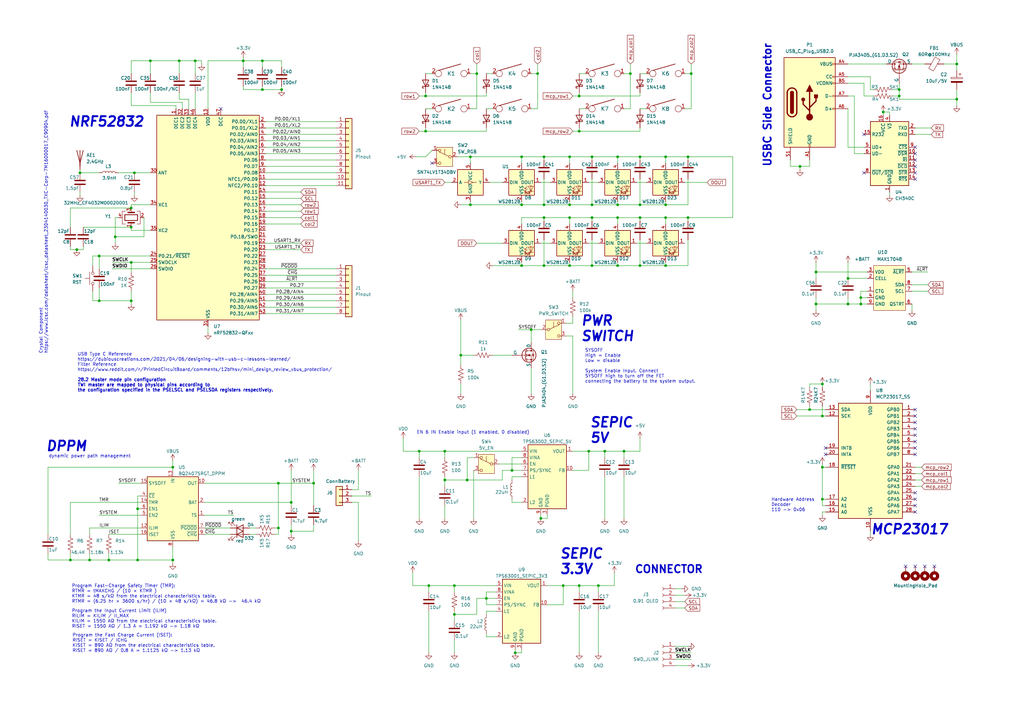
<source format=kicad_sch>
(kicad_sch (version 20231120) (generator "eeschema") (generator_version "8.0")
  (paper "User" 406.4 279.4)
  (title_block (title "Minions - Mini Version of Sudi V2") (date "2025-08-30") (rev "1") (company "AHAH_TERROR") (comment 1 "Made With Love By AH"))
  (junction (at 124.46 191.77))
  (junction (at 214.63 205.74))
  (junction (at 237.49 232.41))
  (junction (at 54.61 201.93))
  (junction (at 180.34 232.41))
  (junction (at 68.58 185.42))
  (junction (at 273.05 86.36))
  (junction (at 326.39 185.42))
  (junction (at 193.04 237.49))
  (junction (at 326.39 152.4))
  (junction (at 215.9 62.23))
  (junction (at 27.94 222.25))
  (junction (at 264.16 86.36))
  (junction (at 176.53 179.07))
  (junction (at 166.37 179.07))
  (junction (at 264.16 62.23))
  (junction (at 54.61 222.25))
  (junction (at 115.57 199.39))
  (junction (at 39.37 101.6))
  (junction (at 207.01 81.28))
  (junction (at 379.73 25.4))
  (junction (at 226.06 81.28))
  (junction (at 234.95 86.36))
  (junction (at 233.68 179.07))
  (junction (at 189.23 29.21))
  (junction (at 273.05 62.23))
  (junction (at 321.31 162.56))
  (junction (at 176.53 190.5))
  (junction (at 226.06 62.23))
  (junction (at 182.88 140.97))
  (junction (at 254 62.23))
  (junction (at 317.5 66.04))
  (junction (at 326.39 198.12))
  (junction (at 39.37 119.38))
  (junction (at 186.69 81.28))
  (junction (at 240.03 179.07))
  (junction (at 215.9 86.36))
  (junction (at 71.12 24.13))
  (junction (at 110.49 209.55))
  (junction (at 336.55 110.49))
  (junction (at 356.87 35.56))
  (junction (at 170.18 232.41))
  (junction (at 234.95 62.23))
  (junction (at 229.87 38.1))
  (junction (at 250.19 29.21))
  (junction (at 245.11 86.36))
  (junction (at 115.57 210.82))
  (junction (at 52.07 104.14))
  (junction (at 110.49 191.77))
  (junction (at 111.76 35.56))
  (junction (at 379.73 39.37))
  (junction (at 234.95 105.41))
  (junction (at 168.91 52.07))
  (junction (at 210.82 130.81))
  (junction (at 31.75 68.58))
  (junction (at 52.07 82.55))
  (junction (at 245.11 62.23))
  (junction (at 234.95 81.28))
  (junction (at 226.06 105.41))
  (junction (at 323.85 120.65))
  (junction (at 341.63 118.11))
  (junction (at 104.14 24.13))
  (junction (at 68.58 222.25))
  (junction (at 226.06 86.36))
  (junction (at 59.69 24.13))
  (junction (at 336.55 120.65))
  (junction (at 30.48 99.06))
  (junction (at 45.72 93.98))
  (junction (at 213.36 29.21))
  (junction (at 254 105.41))
  (junction (at 341.63 120.65))
  (junction (at 229.87 52.07))
  (junction (at 215.9 81.28))
  (junction (at 350.52 44.45))
  (junction (at 207.01 105.41))
  (junction (at 223.52 232.41))
  (junction (at 229.87 232.41))
  (junction (at 185.42 190.5))
  (junction (at 96.52 24.13))
  (junction (at 356.87 38.1))
  (junction (at 245.11 105.41))
  (junction (at 264.16 81.28))
  (junction (at 326.39 165.1))
  (junction (at 168.91 38.1))
  (junction (at 254 81.28))
  (junction (at 77.47 24.13))
  (junction (at 204.47 259.08))
  (junction (at 180.34 243.84))
  (junction (at 203.2 186.69))
  (junction (at 35.56 222.25))
  (junction (at 245.11 81.28))
  (junction (at 52.07 90.17))
  (junction (at 215.9 105.41))
  (junction (at 207.01 62.23))
  (junction (at 254 86.36))
  (junction (at 264.16 105.41))
  (junction (at 323.85 107.95))
  (junction (at 104.14 35.56))
  (junction (at 52.07 119.38))
  (junction (at 247.65 179.07))
  (junction (at 186.69 62.23))
  (junction (at 274.32 29.21))
  (junction (at 53.34 68.58))
  (junction (at 43.18 222.25))
  (no_connect (at 363.22 66.04))
  (no_connect (at 370.84 224.79))
  (no_connect (at 363.22 170.18))
  (no_connect (at 363.22 162.56))
  (no_connect (at 363.22 172.72))
  (no_connect (at 363.22 180.34))
  (no_connect (at 363.22 203.2))
  (no_connect (at 363.22 200.66))
  (no_connect (at 363.22 71.12))
  (no_connect (at 363.22 177.8))
  (no_connect (at 342.9 53.34))
  (no_connect (at 171.45 64.77))
  (no_connect (at 363.22 58.42))
  (no_connect (at 363.22 167.64))
  (no_connect (at 363.22 198.12))
  (no_connect (at 327.66 177.8))
  (no_connect (at 363.22 68.58))
  (no_connect (at 363.22 224.79))
  (no_connect (at 359.41 224.79))
  (no_connect (at 363.22 175.26))
  (no_connect (at 363.22 63.5))
  (no_connect (at 327.66 180.34))
  (no_connect (at 342.9 68.58))
  (no_connect (at 363.22 165.1))
  (no_connect (at 363.22 60.96))
  (no_connect (at 87.63 43.18))
  (no_connect (at 363.22 195.58))
  (no_connect (at 367.03 224.79))
  (wire (pts (xy 44.45 106.68) (xy 59.69 106.68)))
  (wire (pts (xy 356.87 35.56) (xy 356.87 38.1)))
  (wire (pts (xy 290.83 62.23) (xy 290.83 86.36)))
  (wire (pts (xy 379.73 21.59) (xy 379.73 25.4)))
  (wire (pts (xy 234.95 105.41) (xy 245.11 105.41)))
  (wire (pts (xy 111.76 24.13) (xy 104.14 24.13)))
  (wire (pts (xy 245.11 81.28) (xy 254 81.28)))
  (wire (pts (xy 124.46 186.69) (xy 124.46 191.77)))
  (wire (pts (xy 105.41 50.8) (xy 133.35 50.8)))
  (wire (pts (xy 316.23 162.56) (xy 321.31 162.56)))
  (wire (pts (xy 215.9 95.25) (xy 215.9 105.41)))
  (wire (pts (xy 321.31 162.56) (xy 327.66 162.56)))
  (wire (pts (xy 326.39 184.15) (xy 326.39 185.42)))
  (wire (pts (xy 264.16 62.23) (xy 264.16 64.77)))
  (wire (pts (xy 59.69 81.28) (xy 52.07 81.28)))
  (wire (pts (xy 31.75 68.58) (xy 39.37 68.58)))
  (wire (pts (xy 139.7 194.31) (xy 142.24 194.31)))
  (wire (pts (xy 186.69 80.01) (xy 186.69 81.28)))
  (wire (pts (xy 96.52 22.86) (xy 96.52 24.13)))
  (wire (pts (xy 82.55 43.18) (xy 82.55 24.13)))
  (wire (pts (xy 124.46 208.28) (xy 124.46 210.82)))
  (wire (pts (xy 45.72 86.36) (xy 45.72 93.98)))
  (wire (pts (xy 133.35 119.38) (xy 105.41 119.38)))
  (wire (pts (xy 39.37 119.38) (xy 52.07 119.38)))
  (wire (pts (xy 321.31 161.29) (xy 321.31 162.56)))
  (wire (pts (xy 193.04 50.8) (xy 193.04 52.07)))
  (wire (pts (xy 326.39 203.2) (xy 327.66 203.2)))
  (wire (pts (xy 203.2 189.23) (xy 207.01 189.23)))
  (wire (pts (xy 203.2 181.61) (xy 207.01 181.61)))
  (wire (pts (xy 363.22 53.34) (xy 369.57 53.34)))
  (wire (pts (xy 326.39 161.29) (xy 326.39 165.1)))
  (wire (pts (xy 109.22 212.09) (xy 110.49 212.09)))
  (wire (pts (xy 160.02 179.07) (xy 166.37 179.07)))
  (wire (pts (xy 105.41 71.12) (xy 133.35 71.12)))
  (wire (pts (xy 193.04 43.18) (xy 195.58 43.18)))
  (wire (pts (xy 215.9 87.63) (xy 215.9 86.36)))
  (wire (pts (xy 187.96 186.69) (xy 187.96 205.74)))
  (wire (pts (xy 176.53 179.07) (xy 207.01 179.07)))
  (wire (pts (xy 166.37 38.1) (xy 168.91 38.1)))
  (wire (pts (xy 229.87 52.07) (xy 254 52.07)))
  (wire (pts (xy 326.39 198.12) (xy 327.66 198.12)))
  (wire (pts (xy 105.41 53.34) (xy 133.35 53.34)))
  (wire (pts (xy 247.65 43.18) (xy 250.19 43.18)))
  (wire (pts (xy 105.41 83.82) (xy 119.38 83.82)))
  (wire (pts (xy 336.55 120.65) (xy 341.63 120.65)))
  (wire (pts (xy 111.76 35.56) (xy 111.76 34.29)))
  (wire (pts (xy 182.88 140.97) (xy 182.88 127)))
  (wire (pts (xy 105.41 63.5) (xy 133.35 63.5)))
  (wire (pts (xy 80.01 24.13) (xy 77.47 24.13)))
  (wire (pts (xy 336.55 104.14) (xy 336.55 110.49)))
  (wire (pts (xy 273.05 86.36) (xy 290.83 86.36)))
  (wire (pts (xy 342.9 33.02) (xy 342.9 38.1)))
  (wire (pts (xy 203.2 199.39) (xy 207.01 199.39)))
  (wire (pts (xy 52.07 41.91) (xy 69.85 41.91)))
  (wire (pts (xy 105.41 73.66) (xy 133.35 73.66)))
  (wire (pts (xy 96.52 35.56) (xy 104.14 35.56)))
  (wire (pts (xy 323.85 107.95) (xy 344.17 107.95)))
  (wire (pts (xy 27.94 219.71) (xy 27.94 222.25)))
  (wire (pts (xy 254 43.18) (xy 256.54 43.18)))
  (wire (pts (xy 363.22 190.5) (xy 365.76 190.5)))
  (wire (pts (xy 379.73 39.37) (xy 379.73 41.91)))
  (wire (pts (xy 254 105.41) (xy 264.16 105.41)))
  (wire (pts (xy 336.55 118.11) (xy 336.55 120.65)))
  (wire (pts (xy 341.63 120.65) (xy 344.17 120.65)))
  (wire (pts (xy 323.85 104.14) (xy 323.85 107.95)))
  (wire (pts (xy 193.04 252.73) (xy 196.85 252.73)))
  (wire (pts (xy 170.18 232.41) (xy 170.18 234.95)))
  (wire (pts (xy 180.34 246.38) (xy 180.34 243.84)))
  (wire (pts (xy 224.79 128.27) (xy 227.33 128.27)))
  (wire (pts (xy 245.11 104.14) (xy 245.11 105.41)))
  (wire (pts (xy 205.74 130.81) (xy 210.82 130.81)))
  (wire (pts (xy 105.41 88.9) (xy 119.38 88.9)))
  (wire (pts (xy 204.47 259.08) (xy 207.01 259.08)))
  (wire (pts (xy 227.33 179.07) (xy 233.68 179.07)))
  (wire (pts (xy 361.95 123.19) (xy 361.95 120.65)))
  (wire (pts (xy 215.9 63.5) (xy 215.9 62.23)))
  (wire (pts (xy 182.88 152.4) (xy 182.88 156.21)))
  (wire (pts (xy 254 50.8) (xy 254 52.07)))
  (wire (pts (xy 317.5 66.04) (xy 321.31 66.04)))
  (wire (pts (xy 234.95 95.25) (xy 234.95 105.41)))
  (wire (pts (xy 27.94 199.39) (xy 27.94 212.09)))
  (wire (pts (xy 227.33 133.35) (xy 224.79 133.35)))
  (wire (pts (xy 254 173.99) (xy 254 179.07)))
  (wire (pts (xy 193.04 242.57) (xy 196.85 242.57)))
  (wire (pts (xy 234.95 71.12) (xy 234.95 81.28)))
  (wire (pts (xy 105.41 60.96) (xy 133.35 60.96)))
  (wire (pts (xy 180.34 243.84) (xy 180.34 242.57)))
  (wire (pts (xy 105.41 78.74) (xy 119.38 78.74)))
  (wire (pts (xy 186.69 62.23) (xy 207.01 62.23)))
  (wire (pts (xy 252.73 72.39) (xy 256.54 72.39)))
  (wire (pts (xy 168.91 36.83) (xy 168.91 38.1)))
  (wire (pts (xy 68.58 222.25) (xy 68.58 217.17)))
  (wire (pts (xy 43.18 219.71) (xy 43.18 222.25)))
  (wire (pts (xy 245.11 105.41) (xy 254 105.41)))
  (wire (pts (xy 82.55 24.13) (xy 96.52 24.13)))
  (wire (pts (xy 237.49 242.57) (xy 237.49 259.08)))
  (wire (pts (xy 187.96 140.97) (xy 182.88 140.97)))
  (wire (pts (xy 115.57 199.39) (xy 115.57 200.66)))
  (wire (pts (xy 341.63 118.11) (xy 341.63 120.65)))
  (wire (pts (xy 210.82 29.21) (xy 213.36 29.21)))
  (wire (pts (xy 321.31 66.04) (xy 321.31 63.5)))
  (wire (pts (xy 207.01 62.23) (xy 215.9 62.23)))
  (wire (pts (xy 326.39 153.67) (xy 326.39 152.4)))
  (wire (pts (xy 186.69 62.23) (xy 186.69 64.77)))
  (wire (pts (xy 31.75 77.47) (xy 31.75 76.2)))
  (wire (pts (xy 203.2 181.61) (xy 203.2 186.69)))
  (wire (pts (xy 163.83 232.41) (xy 170.18 232.41)))
  (wire (pts (xy 77.47 36.83) (xy 77.47 43.18)))
  (wire (pts (xy 245.11 86.36) (xy 245.11 88.9)))
  (wire (pts (xy 273.05 62.23) (xy 290.83 62.23)))
  (wire (pts (xy 96.52 34.29) (xy 96.52 35.56)))
  (wire (pts (xy 105.41 106.68) (xy 133.35 106.68)))
  (wire (pts (xy 193.04 234.95) (xy 193.04 237.49)))
  (wire (pts (xy 339.09 60.96) (xy 342.9 60.96)))
  (wire (pts (xy 59.69 24.13) (xy 71.12 24.13)))
  (wire (pts (xy 217.17 232.41) (xy 223.52 232.41)))
  (wire (pts (xy 313.69 63.5) (xy 313.69 66.04)))
  (wire (pts (xy 180.34 243.84) (xy 189.23 243.84)))
  (wire (pts (xy 226.06 62.23) (xy 226.06 64.77)))
  (wire (pts (xy 68.58 223.52) (xy 68.58 222.25)))
  (wire (pts (xy 165.1 62.23) (xy 168.91 62.23)))
  (wire (pts (xy 356.87 38.1) (xy 354.33 38.1)))
  (wire (pts (xy 273.05 95.25) (xy 273.05 105.41)))
  (wire (pts (xy 326.39 185.42) (xy 327.66 185.42)))
  (wire (pts (xy 240.03 189.23) (xy 240.03 205.74)))
  (wire (pts (xy 323.85 120.65) (xy 336.55 120.65)))
  (wire (pts (xy 226.06 104.14) (xy 226.06 105.41)))
  (wire (pts (xy 215.9 62.23) (xy 226.06 62.23)))
  (wire (pts (xy 199.39 186.69) (xy 199.39 190.5)))
  (wire (pts (xy 345.44 30.48) (xy 345.44 35.56)))
  (wire (pts (xy 356.87 33.02) (xy 356.87 35.56)))
  (wire (pts (xy 43.18 222.25) (xy 54.61 222.25)))
  (wire (pts (xy 39.37 114.3) (xy 39.37 119.38)))
  (wire (pts (xy 326.39 185.42) (xy 326.39 198.12)))
  (wire (pts (xy 254 95.25) (xy 254 105.41)))
  (wire (pts (xy 166.37 179.07) (xy 166.37 181.61)))
  (wire (pts (xy 115.57 208.28) (xy 115.57 210.82)))
  (wire (pts (xy 353.06 44.45) (xy 350.52 44.45)))
  (wire (pts (xy 214.63 96.52) (xy 218.44 96.52)))
  (wire (pts (xy 176.53 190.5) (xy 185.42 190.5)))
  (wire (pts (xy 105.41 109.22) (xy 133.35 109.22)))
  (wire (pts (xy 199.39 186.69) (xy 203.2 186.69)))
  (wire (pts (xy 234.95 86.36) (xy 245.11 86.36)))
  (wire (pts (xy 189.23 29.21) (xy 189.23 43.18)))
  (wire (pts (xy 227.33 125.73) (xy 227.33 128.27)))
  (wire (pts (xy 215.9 81.28) (xy 226.06 81.28)))
  (wire (pts (xy 226.06 62.23) (xy 234.95 62.23)))
  (wire (pts (xy 35.56 209.55) (xy 35.56 212.09)))
  (wire (pts (xy 223.52 232.41) (xy 223.52 240.03)))
  (wire (pts (xy 185.42 181.61) (xy 185.42 190.5)))
  (wire (pts (xy 203.2 189.23) (xy 203.2 190.5)))
  (wire (pts (xy 27.94 199.39) (xy 55.88 199.39)))
  (wire (pts (xy 273.05 63.5) (xy 273.05 62.23)))
  (wire (pts (xy 223.52 232.41) (xy 229.87 232.41)))
  (wire (pts (xy 273.05 71.12) (xy 273.05 81.28)))
  (wire (pts (xy 207.01 80.01) (xy 207.01 81.28)))
  (wire (pts (xy 96.52 26.67) (xy 96.52 24.13)))
  (wire (pts (xy 336.55 110.49) (xy 344.17 110.49)))
  (wire (pts (xy 35.56 209.55) (xy 55.88 209.55)))
  (wire (pts (xy 203.2 198.12) (xy 203.2 199.39)))
  (wire (pts (xy 176.53 179.07) (xy 176.53 181.61)))
  (wire (pts (xy 35.56 222.25) (xy 43.18 222.25)))
  (wire (pts (xy 345.44 35.56) (xy 346.71 35.56)))
  (wire (pts (xy 273.05 264.16) (xy 267.97 264.16)))
  (wire (pts (xy 207.01 81.28) (xy 215.9 81.28)))
  (wire (pts (xy 342.9 38.1) (xy 346.71 38.1)))
  (wire (pts (xy 182.88 144.78) (xy 182.88 140.97)))
  (wire (pts (xy 271.78 43.18) (xy 274.32 43.18)))
  (wire (pts (xy 36.83 101.6) (xy 39.37 101.6)))
  (wire (pts (xy 339.09 38.1) (xy 336.55 38.1)))
  (wire (pts (xy 104.14 34.29) (xy 104.14 35.56)))
  (wire (pts (xy 124.46 200.66) (xy 124.46 191.77)))
  (wire (pts (xy 247.65 29.21) (xy 250.19 29.21)))
  (wire (pts (xy 176.53 193.04) (xy 176.53 190.5)))
  (wire (pts (xy 243.84 227.33) (xy 243.84 232.41)))
  (wire (pts (xy 193.04 36.83) (xy 193.04 38.1)))
  (wire (pts (xy 101.6 212.09) (xy 99.06 212.09)))
  (wire (pts (xy 52.07 36.83) (xy 52.07 41.91)))
  (wire (pts (xy 273.05 87.63) (xy 273.05 86.36)))
  (wire (pts (xy 226.06 86.36) (xy 226.06 88.9)))
  (wire (pts (xy 189.23 237.49) (xy 193.04 237.49)))
  (wire (pts (xy 353.06 45.72) (xy 353.06 44.45)))
  (wire (pts (xy 264.16 80.01) (xy 264.16 81.28)))
  (wire (pts (xy 254 71.12) (xy 254 81.28)))
  (wire (pts (xy 81.28 199.39) (xy 115.57 199.39)))
  (wire (pts (xy 204.47 257.81) (xy 204.47 259.08)))
  (wire (pts (xy 71.12 39.37) (xy 74.93 39.37)))
  (wire (pts (xy 168.91 50.8) (xy 168.91 52.07)))
  (wire (pts (xy 229.87 232.41) (xy 237.49 232.41)))
  (wire (pts (xy 166.37 189.23) (xy 166.37 205.74)))
  (wire (pts (xy 115.57 210.82) (xy 115.57 212.09)))
  (wire (pts (xy 54.61 201.93) (xy 55.88 201.93)))
  (wire (pts (xy 53.34 76.2) (xy 53.34 77.47)))
  (wire (pts (xy 185.42 190.5) (xy 199.39 190.5)))
  (wire (pts (xy 181.61 62.23) (xy 186.69 62.23)))
  (wire (pts (xy 33.02 99.06) (xy 33.02 97.79)))
  (wire (pts (xy 379.73 25.4) (xy 379.73 27.94)))
  (wire (pts (xy 180.34 254) (xy 180.34 259.08)))
  (wire (pts (xy 104.14 35.56) (xy 111.76 35.56)))
  (wire (pts (xy 353.06 76.2) (xy 353.06 77.47)))
  (wire (pts (xy 254 86.36) (xy 264.16 86.36)))
  (wire (pts (xy 215.9 71.12) (xy 215.9 81.28)))
  (wire (pts (xy 237.49 234.95) (xy 237.49 232.41)))
  (wire (pts (xy 207.01 105.41) (xy 215.9 105.41)))
  (wire (pts (xy 213.36 29.21) (xy 213.36 43.18)))
  (wire (pts (xy 54.61 222.25) (xy 54.61 201.93)))
  (wire (pts (xy 336.55 33.02) (xy 342.9 33.02)))
  (wire (pts (xy 214.63 72.39) (xy 218.44 72.39)))
  (wire (pts (xy 81.28 204.47) (xy 92.71 204.47)))
  (wire (pts (xy 36.83 119.38) (xy 39.37 119.38)))
  (wire (pts (xy 110.49 191.77) (xy 124.46 191.77)))
  (wire (pts (xy 226.06 105.41) (xy 234.95 105.41)))
  (wire (pts (xy 105.41 76.2) (xy 119.38 76.2)))
  (wire (pts (xy 234.95 62.23) (xy 245.11 62.23)))
  (wire (pts (xy 207.01 86.36) (xy 215.9 86.36)))
  (wire (pts (xy 193.04 242.57) (xy 193.04 243.84)))
  (wire (pts (xy 105.41 99.06) (xy 119.38 99.06)))
  (wire (pts (xy 45.72 86.36) (xy 46.99 86.36)))
  (wire (pts (xy 142.24 199.39) (xy 139.7 199.39)))
  (wire (pts (xy 198.12 184.15) (xy 207.01 184.15)))
  (wire (pts (xy 226.06 86.36) (xy 234.95 86.36)))
  (wire (pts (xy 182.88 81.28) (xy 186.69 81.28)))
  (wire (pts (xy 27.94 222.25) (xy 35.56 222.25)))
  (wire (pts (xy 52.07 24.13) (xy 52.07 29.21)))
  (wire (pts (xy 160.02 173.99) (xy 160.02 179.07)))
  (wire (pts (xy 105.41 81.28) (xy 119.38 81.28)))
  (wire (pts (xy 33.02 90.17) (xy 52.07 90.17)))
  (wire (pts (xy 59.69 36.83) (xy 59.69 40.64)))
  (wire (pts (xy 189.23 25.4) (xy 189.23 29.21)))
  (wire (pts (xy 226.06 80.01) (xy 226.06 81.28)))
  (wire (pts (xy 250.19 29.21) (xy 250.19 43.18)))
  (wire (pts (xy 341.63 115.57) (xy 344.17 115.57)))
  (wire (pts (xy 245.11 62.23) (xy 245.11 64.77)))
  (wire (pts (xy 105.41 58.42) (xy 133.35 58.42)))
  (wire (pts (xy 105.41 55.88) (xy 133.35 55.88)))
  (wire (pts (xy 321.31 152.4) (xy 321.31 153.67)))
  (wire (pts (xy 237.49 232.41) (xy 243.84 232.41)))
  (wire (pts (xy 36.83 105.41) (xy 36.83 101.6)))
  (wire (pts (xy 57.15 86.36) (xy 57.15 93.98)))
  (wire (pts (xy 264.16 86.36) (xy 273.05 86.36)))
  (wire (pts (xy 227.33 52.07) (xy 229.87 52.07)))
  (wire (pts (xy 274.32 29.21) (xy 274.32 43.18)))
  (wire (pts (xy 71.12 24.13) (xy 77.47 24.13)))
  (wire (pts (xy 234.95 63.5) (xy 234.95 62.23)))
  (wire (pts (xy 81.28 212.09) (xy 91.44 212.09)))
  (wire (pts (xy 189.23 96.52) (xy 199.39 96.52)))
  (wire (pts (xy 186.69 43.18) (xy 189.23 43.18)))
  (wire (pts (xy 363.22 185.42) (xy 365.76 185.42)))
  (wire (pts (xy 193.04 240.03) (xy 196.85 240.03)))
  (wire (pts (xy 194.31 72.39) (xy 199.39 72.39)))
  (wire (pts (xy 234.95 87.63) (xy 234.95 86.36)))
  (wire (pts (xy 166.37 179.07) (xy 176.53 179.07)))
  (wire (pts (xy 336.55 25.4) (xy 351.79 25.4)))
  (wire (pts (xy 193.04 237.49) (xy 196.85 237.49)))
  (wire (pts (xy 170.18 259.08) (xy 170.18 242.57)))
  (wire (pts (xy 252.73 96.52) (xy 256.54 96.52)))
  (wire (pts (xy 323.85 118.11) (xy 323.85 120.65)))
  (wire (pts (xy 207.01 86.36) (xy 207.01 88.9)))
  (wire (pts (xy 229.87 50.8) (xy 229.87 52.07)))
  (wire (pts (xy 71.12 24.13) (xy 71.12 29.21)))
  (wire (pts (xy 186.69 29.21) (xy 189.23 29.21)))
  (wire (pts (xy 105.41 66.04) (xy 133.35 66.04)))
  (wire (pts (xy 105.41 48.26) (xy 133.35 48.26)))
  (wire (pts (xy 176.53 200.66) (xy 176.53 205.74)))
  (wire (pts (xy 361.95 115.57) (xy 368.3 115.57)))
  (wire (pts (xy 354.33 35.56) (xy 356.87 35.56)))
  (wire (pts (xy 227.33 38.1) (xy 229.87 38.1)))
  (wire (pts (xy 193.04 251.46) (xy 193.04 252.73)))
  (wire (pts (xy 250.19 25.4) (xy 250.19 29.21)))
  (wire (pts (xy 105.41 86.36) (xy 119.38 86.36)))
  (wire (pts (xy 168.91 62.23) (xy 171.45 59.69)))
  (wire (pts (xy 245.11 62.23) (xy 254 62.23)))
  (wire (pts (xy 81.28 209.55) (xy 91.44 209.55)))
  (wire (pts (xy 267.97 261.62) (xy 274.32 261.62)))
  (wire (pts (xy 323.85 110.49) (xy 323.85 107.95)))
  (wire (pts (xy 68.58 182.88) (xy 68.58 185.42)))
  (wire (pts (xy 326.39 204.47) (xy 326.39 203.2)))
  (wire (pts (xy 46.99 68.58) (xy 53.34 68.58)))
  (wire (pts (xy 46.99 191.77) (xy 55.88 191.77)))
  (wire (pts (xy 133.35 114.3) (xy 105.41 114.3)))
  (wire (pts (xy 54.61 196.85) (xy 54.61 201.93)))
  (wire (pts (xy 193.04 29.21) (xy 195.58 29.21)))
  (wire (pts (xy 345.44 210.82) (xy 345.44 212.09)))
  (wire (pts (xy 336.55 58.42) (xy 336.55 43.18)))
  (wire (pts (xy 203.2 140.97) (xy 195.58 140.97)))
  (wire (pts (xy 341.63 115.57) (xy 341.63 118.11)))
  (wire (pts (xy 180.34 232.41) (xy 180.34 234.95)))
  (wire (pts (xy 271.78 29.21) (xy 274.32 29.21)))
  (wire (pts (xy 326.39 200.66) (xy 327.66 200.66)))
  (wire (pts (xy 227.33 115.57) (xy 227.33 118.11)))
  (wire (pts (xy 77.47 29.21) (xy 77.47 24.13)))
  (wire (pts (xy 214.63 204.47) (xy 214.63 205.74)))
  (wire (pts (xy 19.05 185.42) (xy 19.05 212.09)))
  (wire (pts (xy 176.53 72.39) (xy 179.07 72.39)))
  (wire (pts (xy 245.11 80.01) (xy 245.11 81.28)))
  (wire (pts (xy 229.87 242.57) (xy 229.87 259.08)))
  (wire (pts (xy 264.16 104.14) (xy 264.16 105.41)))
  (wire (pts (xy 247.65 189.23) (xy 247.65 205.74)))
  (wire (pts (xy 233.68 72.39) (xy 237.49 72.39)))
  (wire (pts (xy 207.01 62.23) (xy 207.01 64.77)))
  (wire (pts (xy 168.91 43.18) (xy 171.45 43.18)))
  (wire (pts (xy 104.14 26.67) (xy 104.14 24.13)))
  (wire (pts (xy 168.91 38.1) (xy 193.04 38.1)))
  (wire (pts (xy 213.36 25.4) (xy 213.36 29.21)))
  (wire (pts (xy 210.82 130.81) (xy 214.63 130.81)))
  (wire (pts (xy 345.44 152.4) (xy 345.44 154.94)))
  (wire (pts (xy 264.16 105.41) (xy 273.05 105.41)))
  (wire (pts (xy 233.68 179.07) (xy 240.03 179.07)))
  (wire (pts (xy 195.58 105.41) (xy 207.01 105.41)))
  (wire (pts (xy 80.01 24.13) (xy 80.01 25.4)))
  (wire (pts (xy 19.05 185.42) (xy 68.58 185.42)))
  (wire (pts (xy 207.01 104.14) (xy 207.01 105.41)))
  (wire (pts (xy 341.63 118.11) (xy 344.17 118.11)))
  (wire (pts (xy 326.39 152.4) (xy 321.31 152.4)))
  (wire (pts (xy 133.35 124.46) (xy 105.41 124.46)))
  (wire (pts (xy 142.24 214.63) (xy 142.24 199.39)))
  (wire (pts (xy 39.37 101.6) (xy 59.69 101.6)))
  (wire (pts (xy 229.87 232.41) (xy 229.87 234.95)))
  (wire (pts (xy 27.94 99.06) (xy 30.48 99.06)))
  (wire (pts (xy 254 29.21) (xy 256.54 29.21)))
  (wire (pts (xy 168.91 52.07) (xy 193.04 52.07)))
  (wire (pts (xy 110.49 191.77) (xy 110.49 209.55)))
  (wire (pts (xy 313.69 66.04) (xy 317.5 66.04)))
  (wire (pts (xy 264.16 86.36) (xy 264.16 88.9)))
  (wire (pts (xy 105.41 96.52) (xy 119.38 96.52)))
  (wire (pts (xy 215.9 86.36) (xy 226.06 86.36)))
  (wire (pts (xy 374.65 25.4) (xy 379.73 25.4)))
  (wire (pts (xy 142.24 186.69) (xy 142.24 194.31)))
  (wire (pts (xy 356.87 38.1) (xy 356.87 39.37)))
  (wire (pts (xy 54.61 196.85) (xy 55.88 196.85)))
  (wire (pts (xy 245.11 86.36) (xy 254 86.36)))
  (wire (pts (xy 19.05 222.25) (xy 27.94 222.25)))
  (wire (pts (xy 52.07 81.28) (xy 52.07 82.55)))
  (wire (pts (xy 19.05 219.71) (xy 19.05 222.25)))
  (wire (pts (xy 109.22 209.55) (xy 110.49 209.55)))
  (wire (pts (xy 342.9 58.42) (xy 336.55 58.42)))
  (wire (pts (xy 203.2 186.69) (xy 207.01 186.69)))
  (wire (pts (xy 139.7 196.85) (xy 147.32 196.85)))
  (wire (pts (xy 71.12 36.83) (xy 71.12 39.37)))
  (wire (pts (xy 52.07 90.17) (xy 52.07 91.44)))
  (wire (pts (xy 233.68 96.52) (xy 237.49 96.52)))
  (wire (pts (xy 350.52 44.45) (xy 350.52 45.72)))
  (wire (pts (xy 81.28 191.77) (xy 110.49 191.77)))
  (wire (pts (xy 267.97 259.08) (xy 274.32 259.08)))
  (wire (pts (xy 45.72 93.98) (xy 45.72 96.52)))
  (wire (pts (xy 339.09 38.1) (xy 339.09 60.96)))
  (wire (pts (xy 54.61 222.25) (xy 68.58 222.25)))
  (wire (pts (xy 27.94 82.55) (xy 52.07 82.55)))
  (wire (pts (xy 68.58 185.42) (xy 68.58 186.69)))
  (wire (pts (xy 254 62.23) (xy 264.16 62.23)))
  (wire (pts (xy 52.07 104.14) (xy 59.69 104.14)))
  (wire (pts (xy 180.34 232.41) (xy 196.85 232.41)))
  (wire (pts (xy 185.42 181.61) (xy 187.96 181.61)))
  (wire (pts (xy 317.5 66.04) (xy 317.5 67.31)))
  (wire (pts (xy 36.83 115.57) (xy 36.83 119.38)))
  (wire (pts (xy 217.17 204.47) (xy 217.17 205.74)))
  (wire (pts (xy 52.07 115.57) (xy 52.07 119.38)))
  (wire (pts (xy 264.16 62.23) (xy 273.05 62.23)))
  (wire (pts (xy 105.41 68.58) (xy 133.35 68.58)))
  (wire (pts (xy 254 81.28) (xy 264.16 81.28)))
  (wire (pts (xy 176.53 190.5) (xy 176.53 189.23)))
  (wire (pts (xy 210.82 43.18) (xy 213.36 43.18)))
  (wire (pts (xy 39.37 204.47) (xy 55.88 204.47)))
  (wire (pts (xy 69.85 41.91) (xy 69.85 43.18)))
  (wire (pts (xy 229.87 29.21) (xy 232.41 29.21)))
  (wire (pts (xy 233.68 179.07) (xy 233.68 186.69)))
  (wire (pts (xy 240.03 179.07) (xy 247.65 179.07)))
  (wire (pts (xy 52.07 91.44) (xy 59.69 91.44)))
  (wire (pts (xy 363.22 50.8) (xy 369.57 50.8)))
  (wire (pts (xy 104.14 24.13) (xy 96.52 24.13)))
  (wire (pts (xy 133.35 121.92) (xy 105.41 121.92)))
  (wire (pts (xy 59.69 40.64) (xy 72.39 40.64)))
  (wire (pts (xy 227.33 186.69) (xy 233.68 186.69)))
  (wire (pts (xy 361.95 107.95) (xy 368.3 107.95)))
  (wire (pts (xy 274.32 25.4) (xy 274.32 29.21)))
  (wire (pts (xy 227.33 156.21) (xy 227.33 133.35)))
  (wire (pts (xy 115.57 210.82) (xy 124.46 210.82)))
  (wire (pts (xy 74.93 39.37) (xy 74.93 43.18)))
  (wire (pts (xy 210.82 156.21) (xy 210.82 146.05)))
  (wire (pts (xy 356.87 39.37) (xy 379.73 39.37)))
  (wire (pts (xy 52.07 104.14) (xy 52.07 107.95)))
  (wire (pts (xy 193.04 234.95) (xy 196.85 234.95)))
  (wire (pts (xy 254 36.83) (xy 254 38.1)))
  (wire (pts (xy 59.69 24.13) (xy 59.69 29.21)))
  (wire (pts (xy 170.18 232.41) (xy 180.34 232.41)))
  (wire (pts (xy 189.23 237.49) (xy 189.23 243.84)))
  (wire (pts (xy 39.37 101.6) (xy 39.37 106.68)))
  (wire (pts (xy 214.63 205.74) (xy 217.17 205.74)))
  (wire (pts (xy 267.97 233.68) (xy 270.51 233.68)))
  (wire (pts (xy 52.07 24.13) (xy 59.69 24.13)))
  (wire (pts (xy 361.95 25.4) (xy 367.03 25.4)))
  (wire (pts (xy 361.95 113.03) (xy 368.3 113.03)))
  (wire (pts (xy 267.97 241.3) (xy 271.78 241.3)))
  (wire (pts (xy 105.41 111.76) (xy 133.35 111.76)))
  (wire (pts (xy 254 63.5) (xy 254 62.23)))
  (wire (pts (xy 254 87.63) (xy 254 86.36)))
  (wire (pts (xy 193.04 237.49) (xy 193.04 240.03)))
  (wire (pts (xy 226.06 81.28) (xy 234.95 81.28)))
  (wire (pts (xy 247.65 179.07) (xy 254 179.07)))
  (wire (pts (xy 326.39 165.1) (xy 327.66 165.1)))
  (wire (pts (xy 111.76 26.67) (xy 111.76 24.13)))
  (wire (pts (xy 45.72 93.98) (xy 57.15 93.98)))
  (wire (pts (xy 267.97 236.22) (xy 271.78 236.22)))
  (wire (pts (xy 30.48 99.06) (xy 33.02 99.06)))
  (wire (pts (xy 229.87 43.18) (xy 232.41 43.18)))
  (wire (pts (xy 115.57 186.69) (xy 115.57 199.39)))
  (wire (pts (xy 27.94 97.79) (xy 27.94 99.06)))
  (wire (pts (xy 52.07 119.38) (xy 52.07 120.65)))
  (wire (pts (xy 363.22 193.04) (xy 365.76 193.04)))
  (wire (pts (xy 27.94 90.17) (xy 27.94 82.55)))
  (wire (pts (xy 163.83 227.33) (xy 163.83 232.41)))
  (wire (pts (xy 379.73 35.56) (xy 379.73 39.37)))
  (wire (pts (xy 44.45 104.14) (xy 52.07 104.14)))
  (wire (pts (xy 215.9 105.41) (xy 226.06 105.41)))
  (wire (pts (xy 43.18 212.09) (xy 55.88 212.09)))
  (wire (pts (xy 82.55 129.54) (xy 82.55 132.08)))
  (wire (pts (xy 133.35 116.84) (xy 105.41 116.84)))
  (wire (pts (xy 35.56 219.71) (xy 35.56 222.25)))
  (wire (pts (xy 234.95 81.28) (xy 245.11 81.28)))
  (wire (pts (xy 264.16 81.28) (xy 273.05 81.28)))
  (wire (pts (xy 101.6 209.55) (xy 99.06 209.55)))
  (wire (pts (xy 323.85 120.65) (xy 323.85 123.19)))
  (wire (pts (xy 59.69 68.58) (xy 53.34 68.58)))
  (wire (pts (xy 240.03 179.07) (xy 240.03 181.61)))
  (wire (pts (xy 168.91 29.21) (xy 171.45 29.21)))
  (wire (pts (xy 186.69 81.28) (xy 207.01 81.28)))
  (wire (pts (xy 326.39 198.12) (xy 326.39 200.66)))
  (wire (pts (xy 247.65 181.61) (xy 247.65 179.07)))
  (wire (pts (xy 72.39 40.64) (xy 72.39 43.18)))
  (wire (pts (xy 229.87 36.83) (xy 229.87 38.1)))
  (wire (pts (xy 31.75 68.58) (xy 31.75 67.31)))
  (wire (pts (xy 267.97 238.76) (xy 271.78 238.76)))
  (wire (pts (xy 207.01 257.81) (xy 207.01 259.08)))
  (wire (pts (xy 273.05 256.54) (xy 267.97 256.54)))
  (wire (pts (xy 217.17 240.03) (xy 223.52 240.03)))
  (wire (pts (xy 363.22 187.96) (xy 365.76 187.96)))
  (wire (pts (xy 229.87 38.1) (xy 254 38.1)))
  (wire (pts (xy 210.82 130.81) (xy 210.82 135.89)))
  (wire (pts (xy 271.78 72.39) (xy 280.67 72.39)))
  (wire (pts (xy 166.37 52.07) (xy 168.91 52.07)))
  (wire (pts (xy 316.23 165.1) (xy 326.39 165.1)))
  (wire (pts (xy 336.55 30.48) (xy 345.44 30.48)))
  (wire (pts (xy 110.49 209.55) (xy 110.49 212.09)))
  (text "DPPM" (at 18.034 175.006 0) (effects (font (size 3.81 3.81) (thickness 0.762) (bold yes) (italic yes)) (justify left top)))
  (text "EN 6 IN Enable input (1 enabled, 0 disabled)\n\n" (at 165.354 170.942 0) (effects (font (size 1.27 1.27)) (justify left top)))
  (text "dynamic power path management " (at 19.304 181.102 0) (effects (font (size 1.27 1.27)) (justify left)))
  (text "28.2 Master mode pin configuration\nTWI master are mapped to physical pins according to\nthe configuration specified in the PSELSCL and PSELSDA registers respectively. " (at 30.734 152.908 0) (effects (font (size 1.27 1.27) (thickness 0.254) (bold yes)) (justify left)))
  (text "SEPIC \n5V\n" (at 233.934 165.608 0) (effects (font (size 3.81 3.81) (thickness 0.762) (bold yes) (italic yes)) (justify left top)))
  (text "USB Type C Reference\nhttps://dubiouscreations.com/2021/04/06/designing-with-usb-c-lessons-learned/\nFilter Reference \nhttps://www.reddit.com/r/PrintedCircuitBoard/comments/12bfhsv/mini_design_review_vbus_protection/" (at 30.734 143.764 0) (effects (font (size 1.27 1.27)) (justify left)))
  (text "Program the Input Current Limit (ILIM)\nRILIM = KILIM / II_MAX\nKILIM = 1550 AΩ from the electrical characteristics table.\nRISET = 1550 AΩ / 1.3 A = 1.192 kΩ -> 1.18 kΩ" (at 28.448 241.808 0) (effects (font (size 1.27 1.27)) (justify left top)))
  (text "USBC Side Connector\n" (at 306.324 66.548 90) (effects (font (size 3 3) (bold yes)) (justify left bottom)))
  (text "NRF52832" (at 27.178 46.228 0) (effects (font (size 3.81 3.81) (thickness 0.762) (bold yes) (italic yes)) (justify left top)))
  (text "MCP23017\n" (at 345.44 208.026 0) (effects (font (size 3.81 3.81) (thickness 0.762) (bold yes) (italic yes)) (justify left top)))
  (text "PWR\nSWITCH\n" (at 230.378 125.222 0) (effects (font (size 3.81 3.81) (thickness 0.762) (bold yes) (italic yes)) (justify left top)))
  (text "SEPIC \n3.3V\n" (at 221.996 217.678 0) (effects (font (size 3.81 3.81) (thickness 0.762) (bold yes) (italic yes)) (justify left top)))
  (text "Crystal Component\nhttps://www.lcsc.com/datasheet/lcsc_datasheet_2304140030_TXC-Corp-7M16000017_C90904.pdf" (at 17.272 140.462 90) (effects (font (size 1.27 1.27)) (justify left)))
  (text "Program the Fast Charge Current (ISET):\nRISET = KISET / ICHG\nKISET = 890 AΩ from the electrical characteristics table.\nRISET = 890 AΩ / 0.8 A = 1.1125 kΩ -> 1.13 kΩ" (at 28.702 251.46 0) (effects (font (size 1.27 1.27)) (justify left top)))
  (text "CONNECTOR\n\n" (at 279.146 232.664 0) (effects (font (size 3 3) (bold yes)) (justify right bottom)))
  (text "Hardware Address \nDecoder\n110 -> 0x06" (at 306.07 203.2 0) (effects (font (size 1.27 1.27)) (justify left bottom)))
  (text "Program Fast-Charge Safety Timer (TMR):\nRTMR = tMAXCHG / (10 × KTMR )\nKTMR = 48 s/kΩ from the electrical characteristics table.\nRTMR = (6.25 hr × 3600 s/hr) / (10 × 48 s/kΩ) = 46.8 kΩ ->  46.4 kΩ\n" (at 28.448 231.902 0) (effects (font (size 1.27 1.27)) (justify left top)))
  (text "SYSOFF\nHigh = Enable\nLow = disable\n\nSystem Enable Input. Connect \nSYSOFF high to turn off the FET \nconnecting the battery to the system output." (at 232.156 138.43 0) (effects (font (size 1.27 1.27)) (justify left top)))
  (label "P0.04/AIN2" (at 119.38 58.42 180))
  (label "ILIM" (at 39.37 209.55 0))
  (label "P0.27" (at 120.65 114.3 180))
  (label "SWCLK" (at 274.32 259.08 180) (effects (font (bold yes))))
  (label "TS" (at 147.32 196.85 180))
  (label "~{ALRT}" (at 118.11 111.76 180))
  (label "SYSOFF" (at 205.74 130.81 0))
  (label "~{PGOOD}" (at 81.28 209.55 0))
  (label "TMR" (at 43.18 199.39 180))
  (label "P0.03/AIN1" (at 119.38 55.88 180))
  (label "~{CHG}" (at 81.28 212.09 0))
  (label "P0.01/XL2" (at 119.38 50.8 180))
  (label "SWDIO" (at 274.32 261.62 180) (effects (font (bold yes))))
  (label "SWCLK" (at 44.45 104.14 0) (effects (font (bold yes))))
  (label "~{PGOOD}" (at 118.11 106.68 180))
  (label "~{ALRT}" (at 368.3 107.95 180))
  (label "SYSOFF" (at 46.99 191.77 0))
  (label "P0.30/AIN6" (at 120.65 121.92 180))
  (label "USART1_RX" (at 119.38 96.52 180))
  (label "SYSTEM" (at 123.19 191.77 180))
  (label "SWDIO" (at 44.45 106.68 0) (effects (font (bold yes))))
  (label "P0.28/AIN4" (at 120.65 116.84 180))
  (label "SYSTEM" (at 39.37 204.47 0))
  (label "P0.02/AIN0" (at 119.38 53.34 180))
  (label "TS" (at 92.71 204.47 180))
  (label "P0.29/AIN5" (at 120.65 119.38 180))
  (label "ISET" (at 43.18 212.09 0))
  (label "P0.05/AIN3" (at 119.38 60.96 180))
  (label "P0.00/XL1" (at 119.38 48.26 180))
  (label "~{CHG}" (at 118.11 109.22 180))
  (label "USART1_TX" (at 119.38 99.06 180))
  (label "P0.31/AIN7" (at 120.65 124.46 180))
  (global_label "mcp_col1" (shape input) (at 250.19 25.4 90) (property "Intersheetrefs" "${INTERSHEET_REFS}" (effects (hide yes))))
  (global_label "DOUT" (shape input) (at 280.67 72.39 0) (property "Intersheetrefs" "${INTERSHEET_REFS}" (effects (hide yes))))
  (global_label "SDA" (shape input) (at 271.78 241.3 0) (property "Intersheetrefs" "${INTERSHEET_REFS}" (effects (hide yes))))
  (global_label "mcp_row2" (shape input) (at 365.76 185.42 0) (property "Intersheetrefs" "${INTERSHEET_REFS}" (effects (hide yes))))
  (global_label "col2" (shape input) (at 213.36 25.4 90) (property "Intersheetrefs" "${INTERSHEET_REFS}" (effects (hide yes))))
  (global_label "USART1_TX" (shape input) (at 176.53 72.39 180) (property "Intersheetrefs" "${INTERSHEET_REFS}" (effects (hide yes))))
  (global_label "mcp_row1" (shape input) (at 227.33 38.1 180) (property "Intersheetrefs" "${INTERSHEET_REFS}" (effects (hide yes))))
  (global_label "SCL" (shape input) (at 119.38 78.74 0) (property "Intersheetrefs" "${INTERSHEET_REFS}" (effects (hide yes))))
  (global_label "SCL" (shape input) (at 271.78 238.76 0) (property "Intersheetrefs" "${INTERSHEET_REFS}" (effects (hide yes))))
  (global_label "RX" (shape input) (at 119.38 96.52 0) (property "Intersheetrefs" "${INTERSHEET_REFS}" (effects (hide yes))))
  (global_label "mcp_col2" (shape input) (at 365.76 193.04 0) (property "Intersheetrefs" "${INTERSHEET_REFS}" (effects (hide yes))))
  (global_label "DOUT" (shape input) (at 189.23 96.52 180) (property "Intersheetrefs" "${INTERSHEET_REFS}" (effects (hide yes))))
  (global_label "row2" (shape input) (at 166.37 52.07 180) (property "Intersheetrefs" "${INTERSHEET_REFS}" (effects (hide yes))))
  (global_label "col2" (shape input) (at 119.38 88.9 0) (property "Intersheetrefs" "${INTERSHEET_REFS}" (effects (hide yes))))
  (global_label "RX" (shape input) (at 369.57 50.8 0) (property "Intersheetrefs" "${INTERSHEET_REFS}" (effects (hide yes))))
  (global_label "mcp_col2" (shape input) (at 274.32 25.4 90) (property "Intersheetrefs" "${INTERSHEET_REFS}" (effects (hide yes))))
  (global_label "mcp_row1" (shape input) (at 365.76 190.5 0) (property "Intersheetrefs" "${INTERSHEET_REFS}" (effects (hide yes))))
  (global_label "SDA" (shape input) (at 368.3 113.03 0) (property "Intersheetrefs" "${INTERSHEET_REFS}" (effects (hide yes))))
  (global_label "col1" (shape input) (at 189.23 25.4 90) (property "Intersheetrefs" "${INTERSHEET_REFS}" (effects (hide yes))))
  (global_label "SDA" (shape input) (at 316.23 162.56 180) (property "Intersheetrefs" "${INTERSHEET_REFS}" (effects (hide yes))))
  (global_label "SCL" (shape input) (at 316.23 165.1 180) (property "Intersheetrefs" "${INTERSHEET_REFS}" (effects (hide yes))))
  (global_label "mcp_row2" (shape input) (at 227.33 52.07 180) (property "Intersheetrefs" "${INTERSHEET_REFS}" (effects (hide yes))))
  (global_label "SDA" (shape input) (at 119.38 76.2 0) (property "Intersheetrefs" "${INTERSHEET_REFS}" (effects (hide yes))))
  (global_label "row1" (shape input) (at 119.38 83.82 0) (property "Intersheetrefs" "${INTERSHEET_REFS}" (effects (hide yes))))
  (global_label "mcp_col1" (shape input) (at 365.76 187.96 0) (property "Intersheetrefs" "${INTERSHEET_REFS}" (effects (hide yes))))
  (global_label "col1" (shape input) (at 119.38 86.36 0) (property "Intersheetrefs" "${INTERSHEET_REFS}" (effects (hide yes))))
  (global_label "SCL" (shape input) (at 368.3 115.57 0) (property "Intersheetrefs" "${INTERSHEET_REFS}" (effects (hide yes))))
  (global_label "TX" (shape input) (at 369.57 53.34 0) (property "Intersheetrefs" "${INTERSHEET_REFS}" (effects (hide yes))))
  (global_label "row1" (shape input) (at 166.37 38.1 180) (property "Intersheetrefs" "${INTERSHEET_REFS}" (effects (hide yes))))
  (global_label "row2" (shape input) (at 119.38 81.28 0) (property "Intersheetrefs" "${INTERSHEET_REFS}" (effects (hide yes))))
  (global_label "TX" (shape input) (at 119.38 99.06 0) (property "Intersheetrefs" "${INTERSHEET_REFS}" (effects (hide yes))))
  (symbol (lib_id "Battery_Management:BQ24075RGT") (at 68.58 201.93 0) (unit 1)
    (property "Reference" "U5" (at 70.7741 185.42 0) (effects (justify left)))
    (property "Value" "BQ24075RGT_DPPM" (at 70.7741 187.96 0) (effects (justify left)))
    (property "Footprint" "Package_DFN_QFN:VQFN-16-1EP_3x3mm_P0.5mm_EP1.6x1.6mm" (effects (hide yes)))
    (property "Datasheet" "http://www.ti.com/lit/ds/symlink/bq24075.pdf" (effects (hide yes)))
    (property "Description" "USB-Friendly Li-Ion Battery Charger and Power-Path Management, VQFN-16" (effects (hide yes)))
  )
  (symbol (lib_id "power:GND") (at 353.06 77.47 0) (unit 1)
    (property "Reference" "#PWR020" (effects (hide yes)))
    (property "Value" "GND" (effects (hide yes)))
  )
  (symbol (lib_id "Device:C_Polarized") (at 379.73 31.75 0) (mirror y) (unit 1)
    (property "Reference" "C2" (at 375.92 29.5909 0) (effects (justify left)))
    (property "Value" "10uF/5V" (at 375.92 32.1309 0) (effects (justify left)))
    (property "Footprint" "Capacitor_SMD:C_0805_2012Metric_Pad1.18x1.45mm_HandSolder" (effects (hide yes)))
    (property "Description" "Polarized capacitor" (effects (hide yes)))
  )
  (symbol (lib_id "power:+3.3V") (at 323.85 104.14 0) (unit 1)
    (property "Reference" "#PWR084" (effects (hide yes)))
    (property "Value" "+3.3V" (at 323.85 100.33 0))
    (property "Description" "Power symbol creates a global label with name \"+3.3V\"" (effects (hide yes)))
  )
  (symbol (lib_id "Connector:USB_C_Plug_USB2.0") (at 321.31 40.64 0) (unit 1)
    (property "Reference" "P1" (at 321.31 17.78 0))
    (property "Value" "USB_C_Plug_USB2.0" (at 321.31 20.32 0))
    (property "Footprint" "Connector_USB:USB_C_Receptacle_GCT_USB4110" (effects (hide yes)))
    (property "Datasheet" "https://www.usb.org/sites/default/files/documents/usb_type-c.zip" (effects (hide yes)))
    (property "Description" "USB 2.0-only Type-C Plug connector" (effects (hide yes)))
  )
  (symbol (lib_id "canadian_parts:KEYSW") (at 179.07 29.21 0) (unit 1)
    (property "Reference" "K1" (at 179.07 29.21 0) (effects (font (size 1.524 1.524))))
    (property "Value" "KEYSW" (effects (hide yes)))
    (property "Footprint" "keyswitches.pretty-master:Kailh_socket_MX_optional_reversible_platemount" (effects (hide yes)))
  )
  (symbol (lib_id "power:GND") (at 187.96 205.74 0) (unit 1)
    (property "Reference" "#PWR064" (effects (hide yes)))
    (property "Value" "GND" (at 187.96 210.82 0))
  )
  (symbol (lib_id "Diode:1N5820") (at 168.91 46.99 90) (unit 1)
    (property "Reference" "D2" (at 171.45 46.0374 90) (effects (justify right)))
    (property "Value" "1N4148" (at 171.45 48.5774 90) (effects (justify right)))
    (property "Footprint" "canadian_footprints:D_SOD123_axial-dual" (effects (hide yes)))
    (property "Datasheet" "http://www.vishay.com/docs/88526/1n5820.pdf" (effects (hide yes)))
  )
  (symbol (lib_id "Device:C") (at 273.05 91.44 0) (unit 1)
    (property "Reference" "C9" (at 273.304 89.408 0) (effects (justify left)))
    (property "Value" "100nF" (at 265.938 89.408 0) (effects (justify left)))
    (property "Footprint" "Capacitor_SMD:C_0805_2012Metric_Pad1.18x1.45mm_HandSolder" (effects (hide yes)))
    (property "Description" "Unpolarized capacitor" (effects (hide yes)))
  )
  (symbol (lib_id "Switch:SW_Push_SPDT") (at 219.71 130.81 0) (unit 1)
    (property "Reference" "SW3" (at 219.71 121.92 0))
    (property "Value" "PWR_SWITCH" (at 219.71 124.46 0))
    (property "Footprint" "Button_Switch_SMD:SW_SPDT_PCM12" (effects (hide yes)))
    (property "Description" "Momentary Switch, single pole double throw" (effects (hide yes)))
  )
  (symbol (lib_id "Mechanical:MountingHole_Pad") (at 363.22 227.33 180) (unit 1)
    (property "Reference" "H5" (effects (hide yes)))
    (property "Value" "MountingHole_Pad" (effects (hide yes)))
    (property "Footprint" "MountingHole:MountingHole_3.2mm_M3_DIN965_Pad" (effects (hide yes)))
  )
  (symbol (lib_id "Device:Antenna") (at 31.75 62.23 0) (unit 1)
    (property "Reference" "AE1" (at 34.29 61.5949 0) (effects (justify left)))
    (property "Value" "2.4GHz" (at 34.29 64.1349 0) (effects (justify left)))
    (property "Footprint" "RF_Antenna:Texas_SWRA117D_2.4GHz_Left" (effects (hide yes)))
    (property "Description" "Antenna" (effects (hide yes)))
  )
  (symbol (lib_id "power:GND") (at 68.58 223.52 0) (unit 1)
    (property "Reference" "#PWR033" (effects (hide yes)))
    (property "Value" "GND" (at 68.58 228.6 0))
  )
  (symbol (lib_id "Device:R_US") (at 105.41 209.55 90) (unit 1)
    (property "Reference" "R15" (at 106.426 208.026 0) (effects (justify left)))
    (property "Value" "1K5" (at 103.886 208.026 0) (effects (justify left)))
    (property "Footprint" "Resistor_SMD:R_0805_2012Metric_Pad1.20x1.40mm_HandSolder" (effects (hide yes)))
  )
  (symbol (lib_id "Device:C") (at 19.05 215.9 0) (unit 1)
    (property "Reference" "C10" (at 19.304 213.868 0) (effects (justify left)))
    (property "Value" "1uF" (at 19.304 218.186 0) (effects (justify left)))
    (property "Footprint" "Capacitor_SMD:C_0805_2012Metric_Pad1.18x1.45mm_HandSolder" (effects (hide yes)))
    (property "Description" "Unpolarized capacitor" (effects (hide yes)))
  )
  (symbol (lib_id "Device:C") (at 180.34 250.19 0) (unit 1)
    (property "Reference" "C15" (at 180.594 248.158 0) (effects (justify left)))
    (property "Value" "0.1uF" (at 180.594 252.476 0) (effects (justify left)))
    (property "Footprint" "Capacitor_SMD:C_0805_2012Metric_Pad1.18x1.45mm_HandSolder" (effects (hide yes)))
    (property "Description" "Unpolarized capacitor" (effects (hide yes)))
  )
  (symbol (lib_id "power:GND") (at 182.88 81.28 270) (unit 1)
    (property "Reference" "#PWR028" (effects (hide yes)))
    (property "Value" "GND" (effects (hide yes)))
  )
  (symbol (lib_id "power:GND") (at 142.24 214.63 0) (unit 1)
    (property "Reference" "#PWR09" (effects (hide yes)))
    (property "Value" "GND" (at 142.24 219.71 0))
  )
  (symbol (lib_id "Device:C") (at 166.37 185.42 0) (unit 1)
    (property "Reference" "C4" (at 166.624 183.388 0) (effects (justify left)))
    (property "Value" "10uF" (at 166.624 187.706 0) (effects (justify left)))
    (property "Footprint" "Capacitor_SMD:C_0805_2012Metric_Pad1.18x1.45mm_HandSolder" (effects (hide yes)))
    (property "Description" "Unpolarized capacitor" (effects (hide yes)))
  )
  (symbol (lib_id "Device:R_US") (at 350.52 35.56 90) (mirror x) (unit 1)
    (property "Reference" "R3" (at 348.488 34.544 90) (effects (justify left)))
    (property "Value" "5K1" (at 356.87 34.544 90) (effects (justify left)))
    (property "Footprint" "Resistor_SMD:R_0805_2012Metric_Pad1.20x1.40mm_HandSolder" (effects (hide yes)))
  )
  (symbol (lib_id "Device:R_US") (at 176.53 185.42 0) (unit 1)
    (property "Reference" "R13" (at 179.07 184.1499 0) (effects (justify left)))
    (property "Value" "100" (at 179.07 186.6899 0) (effects (justify left)))
    (property "Footprint" "Resistor_SMD:R_0805_2012Metric_Pad1.20x1.40mm_HandSolder" (effects (hide yes)))
    (property "Description" "Resistor, US symbol" (effects (hide yes)))
  )
  (symbol (lib_id "power:GND") (at 210.82 156.21 0) (unit 1)
    (property "Reference" "#PWR037" (effects (hide yes)))
    (property "Value" "GND" (at 210.82 161.29 0))
  )
  (symbol (lib_id "power:VBUS") (at 68.58 182.88 0) (unit 1)
    (property "Reference" "#PWR023" (effects (hide yes)))
    (property "Value" "VBUS" (at 68.58 179.07 0))
    (property "Description" "Power symbol creates a global label with name \"VBUS\"" (effects (hide yes)))
  )
  (symbol (lib_id "Connector:Conn_01x04_Socket") (at 262.89 259.08 0) (mirror y) (unit 1)
    (property "Reference" "J2" (at 261.62 259.0799 0) (effects (justify left)))
    (property "Value" "SWD_JLINK" (at 261.62 261.6199 0) (effects (justify left)))
    (property "Footprint" "Connector_PinHeader_2.54mm:PinHeader_1x04_P2.54mm_Vertical" (effects (hide yes)))
    (property "Description" "Generic connector, single row, 01x04, script generated" (effects (hide yes)))
  )
  (symbol (lib_id "Device:R_US") (at 52.07 111.76 180) (unit 1)
    (property "Reference" "R10" (at 50.546 110.744 0) (effects (justify left)))
    (property "Value" "1K" (at 50.546 113.284 0) (effects (justify left)))
    (property "Footprint" "Resistor_SMD:R_0805_2012Metric_Pad1.20x1.40mm_HandSolder" (effects (hide yes)))
  )
  (symbol (lib_id "power:GND") (at 247.65 205.74 0) (unit 1)
    (property "Reference" "#PWR068" (effects (hide yes)))
    (property "Value" "GND" (at 247.65 210.82 0))
  )
  (symbol (lib_id "Diode:1N5820") (at 254 46.99 90) (unit 1)
    (property "Reference" "D15" (at 256.54 46.0374 90) (effects (justify right)))
    (property "Value" "1N4148" (at 256.54 48.5774 90) (effects (justify right)))
    (property "Footprint" "canadian_footprints:D_SOD123_axial-dual" (effects (hide yes)))
    (property "Datasheet" "http://www.vishay.com/docs/88526/1n5820.pdf" (effects (hide yes)))
  )
  (symbol (lib_id "Device:C") (at 247.65 185.42 0) (unit 1)
    (property "Reference" "C13" (at 247.904 183.388 0) (effects (justify left)))
    (property "Value" "10uF" (at 247.904 187.706 0) (effects (justify left)))
    (property "Footprint" "Capacitor_SMD:C_0805_2012Metric_Pad1.18x1.45mm_HandSolder" (effects (hide yes)))
    (property "Description" "Unpolarized capacitor" (effects (hide yes)))
  )
  (symbol (lib_id "power:GND") (at 273.05 256.54 90) (unit 1)
    (property "Reference" "#PWR08" (effects (hide yes)))
    (property "Value" "GND" (effects (hide yes)))
  )
  (symbol (lib_id "power:+BATT") (at 142.24 186.69 0) (unit 1)
    (property "Reference" "#PWR058" (effects (hide yes)))
    (property "Value" "+BATT" (at 142.24 182.88 0))
    (property "Description" "Power symbol creates a global label with name \"+BATT\"" (effects (hide yes)))
  )
  (symbol (lib_id "Device:L") (at 193.04 247.65 180) (unit 1)
    (property "Reference" "L2" (at 191.77 246.634 0) (effects (justify left)))
    (property "Value" "22uH" (at 191.516 248.666 0) (effects (justify left)))
    (property "Footprint" "Inductor_SMD:L_Bourns_SRP7028A_7.3x6.6mm" (effects (hide yes)))
    (property "Description" "Inductor" (effects (hide yes)))
  )
  (symbol (lib_id "Simulation_SPICE:PMOS") (at 356.87 27.94 90) (unit 1)
    (property "Reference" "Q2" (at 359.41 21.59 90))
    (property "Value" "PJA3405_(G1,D3,S2)" (at 346.71 21.844 90))
    (property "Footprint" "Package_TO_SOT_SMD:SOT-23" (effects (hide yes)))
    (property "Datasheet" "https://ngspice.sourceforge.io/docs/ngspice-html-manual/manual.xhtml#cha_MOSFETs" (effects (hide yes)))
    (property "Description" "P-MOSFET transistor, drain/source/gate" (effects (hide yes)))
    (property "Sim.Device" "PMOS" (effects (hide yes)))
    (property "Sim.Type" "VDMOS" (effects (hide yes)))
    (property "Sim.Pins" "1=D 2=G 3=S" (effects (hide yes)))
  )
  (symbol (lib_id "Device:C") (at 254 91.44 0) (unit 1)
    (property "Reference" "C7" (at 254.254 89.408 0) (effects (justify left)))
    (property "Value" "100nF" (at 246.888 89.408 0) (effects (justify left)))
    (property "Footprint" "Capacitor_SMD:C_0805_2012Metric_Pad1.18x1.45mm_HandSolder" (effects (hide yes)))
    (property "Description" "Unpolarized capacitor" (effects (hide yes)))
  )
  (symbol (lib_id "Interface_Expansion:MCP23017_SS") (at 345.44 182.88 0) (unit 1)
    (property "Reference" "U8" (at 347.6341 154.94 0) (effects (justify left)))
    (property "Value" "MCP23017_SS" (at 347.6341 157.48 0) (effects (justify left)))
    (property "Footprint" "Package_SO:SSOP-28_5.3x10.2mm_P0.65mm" (effects (hide yes)))
    (property "Datasheet" "http://ww1.microchip.com/downloads/en/DeviceDoc/20001952C.pdf" (effects (hide yes)))
    (property "Description" "16-bit I/O expander, I2C, interrupts, w pull-ups, SSOP-28" (effects (hide yes)))
  )
  (symbol (lib_id "power:GND") (at 237.49 259.08 0) (unit 1)
    (property "Reference" "#PWR076" (effects (hide yes)))
    (property "Value" "GND" (at 237.49 264.16 0))
  )
  (symbol (lib_id "Device:C") (at 254 67.31 0) (unit 1)
    (property "Reference" "C43" (at 254.254 65.278 0) (effects (justify left)))
    (property "Value" "100nF" (at 246.888 65.278 0) (effects (justify left)))
    (property "Footprint" "Capacitor_SMD:C_0805_2012Metric_Pad1.18x1.45mm_HandSolder" (effects (hide yes)))
    (property "Description" "Unpolarized capacitor" (effects (hide yes)))
  )
  (symbol (lib_id "canadian_parts:KEYSW") (at 203.2 29.21 0) (unit 1)
    (property "Reference" "K4" (at 203.2 29.21 0) (effects (font (size 1.524 1.524))))
    (property "Value" "KEYSW" (effects (hide yes)))
    (property "Footprint" "keyswitches.pretty-master:Kailh_socket_MX_optional_reversible_platemount" (effects (hide yes)))
  )
  (symbol (lib_id "MCU_Nordic:nRF52832-QFxx") (at 82.55 86.36 0) (unit 1)
    (property "Reference" "U7" (at 84.7441 129.54 0) (effects (justify left)))
    (property "Value" "nRF52832-QFxx" (at 84.7441 132.08 0) (effects (justify left)))
    (property "Footprint" "Package_DFN_QFN:QFN-48-1EP_6x6mm_P0.4mm_EP4.6x4.6mm" (effects (hide yes)))
    (property "Datasheet" "http://infocenter.nordicsemi.com/pdf/nRF52832_PS_v1.4.pdf" (effects (hide yes)))
    (property "Description" "Multiprotocol BLE/2.4GHz Cortex-M4 SoC, QFN-48" (effects (hide yes)))
  )
  (symbol (lib_id "Diode:1N5820") (at 193.04 33.02 90) (unit 1)
    (property "Reference" "D5" (at 195.58 32.0674 90) (effects (justify right)))
    (property "Value" "1N4148" (at 195.58 34.6074 90) (effects (justify right)))
    (property "Footprint" "canadian_footprints:D_SOD123_axial-dual" (effects (hide yes)))
    (property "Datasheet" "http://www.vishay.com/docs/88526/1n5820.pdf" (effects (hide yes)))
  )
  (symbol (lib_id "Switch:SW_Push") (at 36.83 110.49 90) (unit 1)
    (property "Reference" "SW1" (at 28.702 109.474 90) (effects (justify right)))
    (property "Value" "RST" (at 28.702 112.014 90) (effects (justify right)))
    (property "Footprint" "Button_Switch_SMD:SW_Push_1P1T_NO_6x6mm_H9.5mm" (effects (hide yes)))
    (property "Description" "Push button switch, generic, two pins" (effects (hide yes)))
  )
  (symbol (lib_id "Device:C") (at 53.34 72.39 0) (mirror y) (unit 1)
    (property "Reference" "C21" (at 53.086 70.358 0) (effects (justify left)))
    (property "Value" "0.8pF" (at 53.086 74.676 0) (effects (justify left)))
    (property "Footprint" "Capacitor_SMD:C_0805_2012Metric_Pad1.18x1.45mm_HandSolder" (effects (hide yes)))
    (property "Description" "Unpolarized capacitor" (effects (hide yes)))
  )
  (symbol (lib_id "power:GND") (at 111.76 35.56 0) (unit 1)
    (property "Reference" "#PWR061" (effects (hide yes)))
    (property "Value" "GND" (effects (hide yes)))
  )
  (symbol (lib_id "power:VDD") (at 160.02 173.99 0) (unit 1)
    (property "Reference" "#PWR014" (effects (hide yes)))
    (property "Value" "VDD" (at 160.02 170.18 0))
    (property "Description" "Power symbol creates a global label with name \"VDD\"" (effects (hide yes)))
  )
  (symbol (lib_id "Diode:1N5820") (at 229.87 33.02 90) (unit 1)
    (property "Reference" "D3" (at 232.41 32.0674 90) (effects (justify right)))
    (property "Value" "1N4148" (at 232.41 34.6074 90) (effects (justify right)))
    (property "Footprint" "canadian_footprints:D_SOD123_axial-dual" (effects (hide yes)))
    (property "Datasheet" "http://www.vishay.com/docs/88526/1n5820.pdf" (effects (hide yes)))
  )
  (symbol (lib_id "power:GND") (at 53.34 77.47 0) (unit 1)
    (property "Reference" "#PWR039" (effects (hide yes)))
    (property "Value" "GND" (effects (hide yes)))
  )
  (symbol (lib_id "power:+3.3V") (at 345.44 152.4 0) (unit 1)
    (property "Reference" "#PWR012" (effects (hide yes)))
    (property "Value" "+3.3V" (at 348.996 151.638 0))
    (property "Description" "Power symbol creates a global label with name \"+3.3V\"" (effects (hide yes)))
  )
  (symbol (lib_id "Device:C") (at 77.47 33.02 0) (unit 1)
    (property "Reference" "C37" (at 77.724 30.988 0) (effects (justify left)))
    (property "Value" "1uF" (at 77.724 35.306 0) (effects (justify left)))
    (property "Footprint" "Capacitor_SMD:C_0805_2012Metric_Pad1.18x1.45mm_HandSolder" (effects (hide yes)))
    (property "Description" "Unpolarized capacitor" (effects (hide yes)))
  )
  (symbol (lib_id "power:GND") (at 170.18 259.08 0) (unit 1)
    (property "Reference" "#PWR071" (effects (hide yes)))
    (property "Value" "GND" (at 170.18 264.16 0))
  )
  (symbol (lib_id "power:GND") (at 240.03 205.74 0) (unit 1)
    (property "Reference" "#PWR066" (effects (hide yes)))
    (property "Value" "GND" (at 240.03 210.82 0))
  )
  (symbol (lib_id "Mechanical:MountingHole_Pad") (at 370.84 227.33 180) (unit 1)
    (property "Reference" "H7" (effects (hide yes)))
    (property "Value" "MountingHole_Pad" (at 372.11 232.41 0) (effects (justify left)))
    (property "Footprint" "MountingHole:MountingHole_3.2mm_M3_DIN965_Pad" (effects (hide yes)))
  )
  (symbol (lib_id "power:GND") (at 270.51 233.68 90) (unit 1)
    (property "Reference" "#PWR05" (effects (hide yes)))
    (property "Value" "GND" (at 274.32 233.6799 90) (effects (justify right)))
  )
  (symbol (lib_id "power:GND") (at 115.57 212.09 0) (unit 1)
    (property "Reference" "#PWR040" (effects (hide yes)))
    (property "Value" "GND" (at 115.57 217.17 0))
  )
  (symbol (lib_id "Device:C") (at 240.03 185.42 0) (unit 1)
    (property "Reference" "C12" (at 240.284 183.388 0) (effects (justify left)))
    (property "Value" "10uF" (at 240.284 187.706 0) (effects (justify left)))
    (property "Footprint" "Capacitor_SMD:C_0805_2012Metric_Pad1.18x1.45mm_HandSolder" (effects (hide yes)))
    (property "Description" "Unpolarized capacitor" (effects (hide yes)))
  )
  (symbol (lib_id "LED:WS2812B-2020") (at 264.16 96.52 0) (unit 1)
    (property "Reference" "D13" (at 266.7 102.616 0))
    (property "Value" "WS2812B" (at 259.334 104.14 0))
    (property "Footprint" "LED_SMD:LED_WS2812B-2020_PLCC4_2.0x2.0mm" (effects (hide yes)))
    (property "Datasheet" "https://cdn-shop.adafruit.com/product-files/4684/4684_WS2812B-2020_V1.3_EN.pdf" (effects (hide yes)))
    (property "Description" "RGB LED with integrated controller, 2.0 x 2.0 mm, 12 mA" (effects (hide yes)))
  )
  (symbol (lib_id "power:GND") (at 345.44 212.09 0) (unit 1)
    (property "Reference" "#PWR041" (effects (hide yes)))
    (property "Value" "GND" (effects (hide yes)))
  )
  (symbol (lib_id "Device:C") (at 33.02 93.98 0) (mirror x) (unit 1)
    (property "Reference" "C18" (at 33.274 96.012 0) (effects (justify left)))
    (property "Value" "12pF" (at 33.274 91.694 0) (effects (justify left)))
    (property "Footprint" "Capacitor_SMD:C_0805_2012Metric_Pad1.18x1.45mm_HandSolder" (effects (hide yes)))
    (property "Description" "Unpolarized capacitor" (effects (hide yes)))
  )
  (symbol (lib_id "Device:C") (at 323.85 114.3 0) (mirror y) (unit 1)
    (property "Reference" "C56" (at 323.596 112.268 0) (effects (justify left)))
    (property "Value" "0.1uF" (at 323.596 116.586 0) (effects (justify left)))
    (property "Footprint" "Capacitor_SMD:C_0805_2012Metric_Pad1.18x1.45mm_HandSolder" (effects (hide yes)))
    (property "Description" "Unpolarized capacitor" (effects (hide yes)))
  )
  (symbol (lib_id "power:GND") (at 195.58 105.41 270) (unit 1)
    (property "Reference" "#PWR07" (effects (hide yes)))
    (property "Value" "GND" (effects (hide yes)))
  )
  (symbol (lib_id "canadian_parts:KEYSW") (at 264.16 43.18 0) (unit 1)
    (property "Reference" "K8" (at 264.16 43.18 0) (effects (font (size 1.524 1.524))))
    (property "Value" "KEYSW" (effects (hide yes)))
    (property "Footprint" "keyswitches.pretty-master:Kailh_socket_MX_optional_reversible_platemount" (effects (hide yes)))
  )
  (symbol (lib_id "power:+3.3V") (at 350.52 44.45 0) (unit 1)
    (property "Reference" "#PWR019" (effects (hide yes)))
    (property "Value" "+3.3V" (at 354.838 43.18 0))
    (property "Description" "Power symbol creates a global label with name \"+3.3V\"" (effects (hide yes)))
  )
  (symbol (lib_id "Device:C") (at 176.53 196.85 0) (unit 1)
    (property "Reference" "C11" (at 176.784 194.818 0) (effects (justify left)))
    (property "Value" "0.1uF" (at 176.784 199.136 0) (effects (justify left)))
    (property "Footprint" "Capacitor_SMD:C_0805_2012Metric_Pad1.18x1.45mm_HandSolder" (effects (hide yes)))
    (property "Description" "Unpolarized capacitor" (effects (hide yes)))
  )
  (symbol (lib_id "Diode:1N5820") (at 229.87 46.99 90) (unit 1)
    (property "Reference" "D14" (at 232.41 46.0374 90) (effects (justify right)))
    (property "Value" "1N4148" (at 232.41 48.5774 90) (effects (justify right)))
    (property "Footprint" "canadian_footprints:D_SOD123_axial-dual" (effects (hide yes)))
    (property "Datasheet" "http://www.vishay.com/docs/88526/1n5820.pdf" (effects (hide yes)))
  )
  (symbol (lib_id "power:+3.3V") (at 273.05 264.16 270) (unit 1)
    (property "Reference" "#PWR056" (effects (hide yes)))
    (property "Value" "+3.3V" (at 279.146 264.16 90))
    (property "Description" "Power symbol creates a global label with name \"+3.3V\"" (effects (hide yes)))
  )
  (symbol (lib_id "Device:L") (at 203.2 194.31 180) (unit 1)
    (property "Reference" "L1" (at 201.93 193.294 0) (effects (justify left)))
    (property "Value" "22uH" (at 201.676 195.326 0) (effects (justify left)))
    (property "Footprint" "Inductor_SMD:L_Bourns_SRP7028A_7.3x6.6mm" (effects (hide yes)))
    (property "Description" "Inductor" (effects (hide yes)))
  )
  (symbol (lib_id "Mechanical:MountingHole_Pad") (at 359.41 227.33 180) (unit 1)
    (property "Reference" "H4" (effects (hide yes)))
    (property "Value" "MountingHole_Pad" (effects (hide yes)))
    (property "Footprint" "MountingHole:MountingHole_3.2mm_M3_DIN965_Pad" (effects (hide yes)))
  )
  (symbol (lib_id "power:+3.3V") (at 96.52 22.86 0) (unit 1)
    (property "Reference" "#PWR060" (effects (hide yes)))
    (property "Value" "+3.3V" (at 96.52 19.05 0))
    (property "Description" "Power symbol creates a global label with name \"+3.3V\"" (effects (hide yes)))
  )
  (symbol (lib_id "Device:C") (at 115.57 204.47 0) (unit 1)
    (property "Reference" "C1" (at 115.824 202.438 0) (effects (justify left)))
    (property "Value" "4.7uF" (at 115.824 206.756 0) (effects (justify left)))
    (property "Footprint" "Capacitor_SMD:C_0805_2012Metric_Pad1.18x1.45mm_HandSolder" (effects (hide yes)))
    (property "Description" "Unpolarized capacitor" (effects (hide yes)))
  )
  (symbol (lib_id "Device:C") (at 336.55 114.3 0) (mirror y) (unit 1)
    (property "Reference" "C22" (at 336.296 112.268 0) (effects (justify left)))
    (property "Value" "0.1uF" (at 336.296 116.586 0) (effects (justify left)))
    (property "Footprint" "Capacitor_SMD:C_0805_2012Metric_Pad1.18x1.45mm_HandSolder" (effects (hide yes)))
    (property "Description" "Unpolarized capacitor" (effects (hide yes)))
  )
  (symbol (lib_id "power:+5V") (at 254 173.99 0) (unit 1)
    (property "Reference" "#PWR069" (effects (hide yes)))
    (property "Value" "+5V" (at 254 168.91 0))
  )
  (symbol (lib_id "Device:C") (at 215.9 91.44 0) (unit 1)
    (property "Reference" "C5" (at 216.154 89.408 0) (effects (justify left)))
    (property "Value" "100nF" (at 208.788 89.408 0) (effects (justify left)))
    (property "Footprint" "Capacitor_SMD:C_0805_2012Metric_Pad1.18x1.45mm_HandSolder" (effects (hide yes)))
    (property "Description" "Unpolarized capacitor" (effects (hide yes)))
  )
  (symbol (lib_id "Device:C") (at 39.37 110.49 0) (unit 1)
    (property "Reference" "C19" (at 39.624 108.458 0) (effects (justify left)))
    (property "Value" "100nF" (at 39.624 112.776 0) (effects (justify left)))
    (property "Footprint" "Capacitor_SMD:C_0805_2012Metric_Pad1.18x1.45mm_HandSolder" (effects (hide yes)))
    (property "Description" "Unpolarized capacitor" (effects (hide yes)))
  )
  (symbol (lib_id "Device:R_US") (at 350.52 38.1 90) (unit 1)
    (property "Reference" "R4" (at 348.742 39.37 90) (effects (justify left)))
    (property "Value" "5K1" (at 356.87 39.37 90) (effects (justify left)))
    (property "Footprint" "Resistor_SMD:R_0805_2012Metric_Pad1.20x1.40mm_HandSolder" (effects (hide yes)))
  )
  (symbol (lib_id "Device:Crystal_GND24") (at 52.07 86.36 270) (mirror x) (unit 1)
    (property "Reference" "Y1" (at 42.926 85.852 90))
    (property "Value" "32MHz_CF4032M00020001" (at 38.1 80.518 90))
    (property "Footprint" "Crystal:Crystal_SMD_3225-4Pin_3.2x2.5mm_HandSoldering" (effects (hide yes)))
    (property "Description" "Four pin crystal, GND on pins 2 and 4" (effects (hide yes)))
  )
  (symbol (lib_id "Simulation_SPICE:NMOS") (at 208.28 140.97 0) (unit 1)
    (property "Reference" "Q1" (at 214.63 139.6999 0) (effects (justify left)))
    (property "Value" "PJA3404_(G1,D3,S2)" (at 215.9 161.798 90) (effects (justify left)))
    (property "Footprint" "Package_TO_SOT_SMD:SOT-23" (effects (hide yes)))
    (property "Datasheet" "https://ngspice.sourceforge.io/docs/ngspice-html-manual/manual.xhtml#cha_MOSFETs" (effects (hide yes)))
    (property "Description" "N-MOSFET transistor, drain/source/gate" (effects (hide yes)))
    (property "Sim.Device" "NMOS" (effects (hide yes)))
    (property "Sim.Type" "VDMOS" (effects (hide yes)))
    (property "Sim.Pins" "1=D 2=G 3=S" (effects (hide yes)))
  )
  (symbol (lib_id "power:+BATT") (at 115.57 186.69 0) (unit 1)
    (property "Reference" "#PWR034" (effects (hide yes)))
    (property "Value" "+BATT" (at 115.57 182.88 0))
    (property "Description" "Power symbol creates a global label with name \"+BATT\"" (effects (hide yes)))
  )
  (symbol (lib_id "LED:WS2812B-2020") (at 245.11 96.52 0) (unit 1)
    (property "Reference" "D12" (at 247.65 102.616 0))
    (property "Value" "WS2812B" (at 240.284 104.14 0))
    (property "Footprint" "LED_SMD:LED_WS2812B-2020_PLCC4_2.0x2.0mm" (effects (hide yes)))
    (property "Datasheet" "https://cdn-shop.adafruit.com/product-files/4684/4684_WS2812B-2020_V1.3_EN.pdf" (effects (hide yes)))
    (property "Description" "RGB LED with integrated controller, 2.0 x 2.0 mm, 12 mA" (effects (hide yes)))
  )
  (symbol (lib_id "power:VDD") (at 163.83 227.33 0) (unit 1)
    (property "Reference" "#PWR070" (effects (hide yes)))
    (property "Value" "VDD" (at 163.83 223.52 0))
    (property "Description" "Power symbol creates a global label with name \"VDD\"" (effects (hide yes)))
  )
  (symbol (lib_id "Device:C") (at 104.14 30.48 0) (unit 1)
    (property "Reference" "C39" (at 104.394 28.448 0) (effects (justify left)))
    (property "Value" "100nF" (at 104.394 32.766 0) (effects (justify left)))
    (property "Footprint" "Capacitor_SMD:C_0805_2012Metric_Pad1.18x1.45mm_HandSolder" (effects (hide yes)))
    (property "Description" "Unpolarized capacitor" (effects (hide yes)))
  )
  (symbol (lib_id "power:GND") (at 214.63 205.74 0) (unit 1)
    (property "Reference" "#PWR065" (effects (hide yes)))
    (property "Value" "GND" (at 214.63 210.82 0))
  )
  (symbol (lib_id "power:GND") (at 45.72 96.52 0) (unit 1)
    (property "Reference" "#PWR083" (effects (hide yes)))
    (property "Value" "GND" (effects (hide yes)))
  )
  (symbol (lib_id "power:GND") (at 31.75 77.47 0) (unit 1)
    (property "Reference" "#PWR087" (effects (hide yes)))
    (property "Value" "GND" (effects (hide yes)))
  )
  (symbol (lib_id "canadian_parts:KEYSW") (at 240.03 43.18 0) (unit 1)
    (property "Reference" "K7" (at 240.03 43.18 0) (effects (font (size 1.524 1.524))))
    (property "Value" "KEYSW" (effects (hide yes)))
    (property "Footprint" "keyswitches.pretty-master:Kailh_socket_MX_optional_reversible_platemount" (effects (hide yes)))
  )
  (symbol (lib_id "Device:R_US") (at 182.88 148.59 0) (unit 1)
    (property "Reference" "R5" (at 185.42 147.3199 0) (effects (justify left)))
    (property "Value" "100k" (at 185.42 149.8599 0) (effects (justify left)))
    (property "Footprint" "Resistor_SMD:R_0805_2012Metric_Pad1.20x1.40mm_HandSolder" (effects (hide yes)))
    (property "Description" "Resistor, US symbol" (effects (hide yes)))
  )
  (symbol (lib_id "Device:C") (at 31.75 72.39 0) (mirror y) (unit 1)
    (property "Reference" "C57" (at 31.496 70.358 0) (effects (justify left)))
    (property "Value" "1.5pF" (at 31.496 74.676 0) (effects (justify left)))
    (property "Footprint" "Capacitor_SMD:C_0805_2012Metric_Pad1.18x1.45mm_HandSolder" (effects (hide yes)))
    (property "Description" "Unpolarized capacitor" (effects (hide yes)))
  )
  (symbol (lib_id "LED:WS2812B-2020") (at 245.11 72.39 0) (unit 1)
    (property "Reference" "D17" (at 247.65 78.486 0))
    (property "Value" "WS2812B" (at 240.284 80.01 0))
    (property "Footprint" "LED_SMD:LED_WS2812B-2020_PLCC4_2.0x2.0mm" (effects (hide yes)))
    (property "Datasheet" "https://cdn-shop.adafruit.com/product-files/4684/4684_WS2812B-2020_V1.3_EN.pdf" (effects (hide yes)))
    (property "Description" "RGB LED with integrated controller, 2.0 x 2.0 mm, 12 mA" (effects (hide yes)))
  )
  (symbol (lib_id "Device:C") (at 170.18 238.76 0) (unit 1)
    (property "Reference" "C14" (at 170.434 236.728 0) (effects (justify left)))
    (property "Value" "10uF" (at 170.434 241.046 0) (effects (justify left)))
    (property "Footprint" "Capacitor_SMD:C_0805_2012Metric_Pad1.18x1.45mm_HandSolder" (effects (hide yes)))
    (property "Description" "Unpolarized capacitor" (effects (hide yes)))
  )
  (symbol (lib_id "Device:FerriteBead") (at 370.84 25.4 90) (unit 1)
    (property "Reference" "FB1" (at 370.7892 19.05 90))
    (property "Value" "60R@100Mhz" (at 370.7892 21.59 90))
    (property "Footprint" "Inductor_SMD:L_0603_1608Metric_Pad1.05x0.95mm_HandSolder" (effects (hide yes)))
    (property "Description" "Ferrite bead" (effects (hide yes)))
  )
  (symbol (lib_id "canadian_parts:KEYSW") (at 264.16 29.21 0) (unit 1)
    (property "Reference" "K6" (at 264.16 29.21 0) (effects (font (size 1.524 1.524))))
    (property "Value" "KEYSW" (effects (hide yes)))
    (property "Footprint" "keyswitches.pretty-master:Kailh_socket_MX_optional_reversible_platemount" (effects (hide yes)))
  )
  (symbol (lib_id "Mechanical:MountingHole_Pad") (at 367.03 227.33 180) (unit 1)
    (property "Reference" "H6" (effects (hide yes)))
    (property "Value" "MountingHole_Pad" (effects (hide yes)))
    (property "Footprint" "MountingHole:MountingHole_3.2mm_M3_DIN965_Pad" (effects (hide yes)))
  )
  (symbol (lib_id "power:GND") (at 361.95 123.19 0) (unit 1)
    (property "Reference" "#PWR086" (effects (hide yes)))
    (property "Value" "GND" (at 361.95 128.27 0))
  )
  (symbol (lib_id "Device:R_US") (at 326.39 157.48 0) (unit 1)
    (property "Reference" "R2" (at 323.85 160.02 90) (effects (justify left)))
    (property "Value" "4K7" (at 323.85 157.48 90) (effects (justify left)))
    (property "Footprint" "Resistor_SMD:R_0805_2012Metric_Pad1.20x1.40mm_HandSolder" (effects (hide yes)))
  )
  (symbol (lib_id "Device:R_US") (at 191.77 140.97 90) (unit 1)
    (property "Reference" "R11" (at 191.77 135.89 90))
    (property "Value" "1k" (at 191.77 138.43 90))
    (property "Footprint" "Resistor_SMD:R_0805_2012Metric_Pad1.20x1.40mm_HandSolder" (effects (hide yes)))
    (property "Description" "Resistor, US symbol" (effects (hide yes)))
  )
  (symbol (lib_id "PCM_marbastlib-various:MAX17048") (at 353.06 114.3 0) (unit 1)
    (property "Reference" "U10" (at 350.266 100.076 0))
    (property "Value" "MAX17048" (at 353.06 102.87 0))
    (property "Footprint" "Package_DFN_QFN:DFN-8-1EP_2x2mm_P0.5mm_EP0.8x1.6mm" (effects (hide yes)))
    (property "Datasheet" "https://datasheets.maximintegrated.com/en/ds/MAX17048-MAX17049.pdf" (effects (hide yes)))
    (property "Description" "Fuel gauge chip with integrated current sensing resistor" (effects (hide yes)))
  )
  (symbol (lib_id "Switch:SW_Push_SPDT") (at 176.53 62.23 0) (mirror y) (unit 1)
    (property "Reference" "SW2" (at 183.642 57.658 0))
    (property "Value" "SW_RGB" (at 185.42 60.198 0))
    (property "Footprint" "Button_Switch_SMD:SW_SPDT_PCM12" (effects (hide yes)))
    (property "Description" "Momentary Switch, single pole double throw" (effects (hide yes)))
  )
  (symbol (lib_id "Switch:SW_Push_SPDT") (at 193.04 184.15 0) (mirror y) (unit 1)
    (property "Reference" "SW4" (at 193.04 175.26 0))
    (property "Value" "5V_EN" (at 193.04 177.8 0))
    (property "Footprint" "Button_Switch_SMD:SW_SPDT_PCM12" (effects (hide yes)))
    (property "Description" "Momentary Switch, single pole double throw" (effects (hide yes)))
  )
  (symbol (lib_id "LED:WS2812B-2020") (at 207.01 72.39 0) (unit 1)
    (property "Reference" "D8" (at 209.55 78.486 0))
    (property "Value" "WS2812B" (at 202.184 80.01 0))
    (property "Footprint" "LED_SMD:LED_WS2812B-2020_PLCC4_2.0x2.0mm" (effects (hide yes)))
    (property "Datasheet" "https://cdn-shop.adafruit.com/product-files/4684/4684_WS2812B-2020_V1.3_EN.pdf" (effects (hide yes)))
    (property "Description" "RGB LED with integrated controller, 2.0 x 2.0 mm, 12 mA" (effects (hide yes)))
  )
  (symbol (lib_id "power:GND") (at 166.37 205.74 0) (unit 1)
    (property "Reference" "#PWR038" (effects (hide yes)))
    (property "Value" "GND" (at 166.37 210.82 0))
  )
  (symbol (lib_id "Connector_Generic:Conn_01x08") (at 138.43 114.3 0) (unit 1)
    (property "Reference" "J1" (at 140.97 114.2999 0) (effects (justify left)))
    (property "Value" "Pinout" (at 140.97 116.8399 0) (effects (justify left)))
    (property "Footprint" "Connector_PinHeader_2.54mm:PinHeader_1x08_P2.54mm_Vertical" (effects (hide yes)))
    (property "Description" "Generic connector, single row, 01x08, script generated (kicad-library-utils/schlib/autogen/connector/)" (effects (hide yes)))
  )
  (symbol (lib_id "power:GND") (at 323.85 123.19 0) (unit 1)
    (property "Reference" "#PWR085" (effects (hide yes)))
    (property "Value" "GND" (at 323.85 128.27 0))
  )
  (symbol (lib_id "power:+3.3V") (at 271.78 236.22 270) (unit 1)
    (property "Reference" "#PWR057" (effects (hide yes)))
    (property "Value" "+3.3V" (at 277.622 236.22 90))
    (property "Description" "Power symbol creates a global label with name \"+3.3V\"" (effects (hide yes)))
  )
  (symbol (lib_id "Device:C") (at 237.49 238.76 0) (unit 1)
    (property "Reference" "C17" (at 237.744 236.728 0) (effects (justify left)))
    (property "Value" "10uF" (at 237.744 241.046 0) (effects (justify left)))
    (property "Footprint" "Capacitor_SMD:C_0805_2012Metric_Pad1.18x1.45mm_HandSolder" (effects (hide yes)))
    (property "Description" "Unpolarized capacitor" (effects (hide yes)))
  )
  (symbol (lib_id "canadian_parts:KEYSW") (at 203.2 43.18 0) (unit 1)
    (property "Reference" "K5" (at 203.2 43.18 0) (effects (font (size 1.524 1.524))))
    (property "Value" "KEYSW" (effects (hide yes)))
    (property "Footprint" "keyswitches.pretty-master:Kailh_socket_MX_optional_reversible_platemount" (effects (hide yes)))
  )
  (symbol (lib_id "power:GND") (at 229.87 259.08 0) (unit 1)
    (property "Reference" "#PWR075" (effects (hide yes)))
    (property "Value" "GND" (at 229.87 264.16 0))
  )
  (symbol (lib_id "power:GND") (at 82.55 132.08 0) (unit 1)
    (property "Reference" "#PWR059" (effects (hide yes)))
    (property "Value" "GND" (effects (hide yes)))
  )
  (symbol (lib_id "Device:C") (at 71.12 33.02 0) (mirror y) (unit 1)
    (property "Reference" "C36" (at 70.866 30.988 0) (effects (justify left)))
    (property "Value" "100nF/NC" (at 70.866 35.306 0) (effects (justify left)))
    (property "Footprint" "Capacitor_SMD:C_0805_2012Metric_Pad1.18x1.45mm_HandSolder" (effects (hide yes)))
    (property "Description" "Unpolarized capacitor" (effects (hide yes)))
  )
  (symbol (lib_id "power:GND") (at 52.07 120.65 0) (unit 1)
    (property "Reference" "#PWR026" (effects (hide yes)))
    (property "Value" "GND" (effects (hide yes)))
  )
  (symbol (lib_id "Device:R_US") (at 227.33 121.92 0) (unit 1)
    (property "Reference" "R12" (at 229.87 120.6499 0) (effects (justify left)))
    (property "Value" "100k" (at 229.87 123.1899 0) (effects (justify left)))
    (property "Footprint" "Resistor_SMD:R_0805_2012Metric_Pad1.20x1.40mm_HandSolder" (effects (hide yes)))
    (property "Description" "Resistor, US symbol" (effects (hide yes)))
  )
  (symbol (lib_id "Device:R_US") (at 35.56 215.9 0) (unit 1)
    (property "Reference" "R7" (at 38.1 214.6299 0) (effects (justify left)))
    (property "Value" "1.18k" (at 35.814 219.202 0) (effects (justify left)))
    (property "Footprint" "Resistor_SMD:R_0805_2012Metric_Pad1.20x1.40mm_HandSolder" (effects (hide yes)))
    (property "Description" "Resistor, US symbol" (effects (hide yes)))
  )
  (symbol (lib_id "Device:C") (at 234.95 67.31 0) (mirror y) (unit 1)
    (property "Reference" "C42" (at 234.696 65.278 0) (effects (justify left)))
    (property "Value" "100nF" (at 242.062 65.278 0) (effects (justify left)))
    (property "Footprint" "Capacitor_SMD:C_0805_2012Metric_Pad1.18x1.45mm_HandSolder" (effects (hide yes)))
    (property "Description" "Unpolarized capacitor" (effects (hide yes)))
  )
  (symbol (lib_id "LED:WS2812B-2020") (at 207.01 96.52 0) (unit 1)
    (property "Reference" "D9" (at 209.55 102.616 0))
    (property "Value" "WS2812B" (at 202.184 104.14 0))
    (property "Footprint" "LED_SMD:LED_WS2812B-2020_PLCC4_2.0x2.0mm" (effects (hide yes)))
    (property "Datasheet" "https://cdn-shop.adafruit.com/product-files/4684/4684_WS2812B-2020_V1.3_EN.pdf" (effects (hide yes)))
    (property "Description" "RGB LED with integrated controller, 2.0 x 2.0 mm, 12 mA" (effects (hide yes)))
  )
  (symbol (lib_id "Device:L") (at 43.18 68.58 90) (unit 1)
    (property "Reference" "L3" (at 44.196 66.04 90) (effects (justify left)))
    (property "Value" "3.9nH" (at 46.228 70.612 90) (effects (justify left)))
    (property "Footprint" "Inductor_SMD:L_0603_1608Metric_Pad1.05x0.95mm_HandSolder" (effects (hide yes)))
    (property "Description" "Inductor" (effects (hide yes)))
  )
  (symbol (lib_id "Regulator_Switching:TPS63002") (at 217.17 189.23 0) (unit 1)
    (property "Reference" "U6" (at 217.17 172.72 0))
    (property "Value" "TPS63002_SEPIC_5V" (at 217.17 175.26 0))
    (property "Footprint" "Package_SON:Texas_DRC0010J_ThermalVias" (effects (hide yes)))
    (property "Datasheet" "http://www.ti.com/lit/ds/symlink/tps63000.pdf" (effects (hide yes)))
    (property "Description" "Buck-Boost Converter, 1.8-5.5V Input Voltage, 1.7A Switch Current, 5V Output Voltage, VSON-10" (effects (hide yes)))
  )
  (symbol (lib_id "Device:C") (at 124.46 204.47 0) (unit 1)
    (property "Reference" "C3" (at 124.714 202.438 0) (effects (justify left)))
    (property "Value" "4.7uF" (at 124.714 206.756 0) (effects (justify left)))
    (property "Footprint" "Capacitor_SMD:C_0805_2012Metric_Pad1.18x1.45mm_HandSolder" (effects (hide yes)))
    (property "Description" "Unpolarized capacitor" (effects (hide yes)))
  )
  (symbol (lib_id "power:+3.3V") (at 326.39 184.15 0) (mirror y) (unit 1)
    (property "Reference" "#PWR02" (effects (hide yes)))
    (property "Value" "+3.3V" (at 322.834 183.388 0))
    (property "Description" "Power symbol creates a global label with name \"+3.3V\"" (effects (hide yes)))
  )
  (symbol (lib_id "Device:C") (at 229.87 238.76 0) (unit 1)
    (property "Reference" "C16" (at 230.124 236.728 0) (effects (justify left)))
    (property "Value" "10uF" (at 230.124 241.046 0) (effects (justify left)))
    (property "Footprint" "Capacitor_SMD:C_0805_2012Metric_Pad1.18x1.45mm_HandSolder" (effects (hide yes)))
    (property "Description" "Unpolarized capacitor" (effects (hide yes)))
  )
  (symbol (lib_id "Connector:Conn_01x04_Socket") (at 262.89 236.22 0) (mirror y) (unit 1)
    (property "Reference" "J3" (at 256.286 235.966 0))
    (property "Value" "0.91 OLED" (at 256.286 238.506 0))
    (property "Footprint" "Connector_PinHeader_2.54mm:PinHeader_1x04_P2.54mm_Vertical" (effects (hide yes)))
  )
  (symbol (lib_id "power:VBUS") (at 182.88 127 0) (unit 1)
    (property "Reference" "#PWR035" (effects (hide yes)))
    (property "Value" "VBUS" (at 182.88 123.19 0))
    (property "Description" "Power symbol creates a global label with name \"VBUS\"" (effects (hide yes)))
  )
  (symbol (lib_id "power:GND") (at 379.73 41.91 0) (unit 1)
    (property "Reference" "#PWR074" (effects (hide yes)))
    (property "Value" "GND" (effects (hide yes)))
  )
  (symbol (lib_id "power:GND") (at 317.5 67.31 0) (unit 1)
    (property "Reference" "#PWR018" (effects (hide yes)))
    (property "Value" "GND" (effects (hide yes)))
  )
  (symbol (lib_id "Logic_LevelTranslator:SN74LV1T34DBV") (at 186.69 72.39 0) (unit 1)
    (property "Reference" "U1" (at 200.66 66.0714 0))
    (property "Value" "SN74LV1T34DBV" (at 173.228 68.326 0))
    (property "Footprint" "Package_TO_SOT_SMD:SOT-23-5_HandSoldering" (effects (hide yes)))
    (property "Datasheet" "https://www.ti.com/lit/ds/symlink/sn74lv1t34.pdf" (effects (hide yes)))
    (property "Description" "Single Power Supply, Single Buffer GATE, CMOS Logic, Level Shifter, SOT-23-5" (effects (hide yes)))
  )
  (symbol (lib_id "Diode:1N5820") (at 168.91 33.02 90) (unit 1)
    (property "Reference" "D1" (at 171.45 32.0674 90) (effects (justify right)))
    (property "Value" "1N4148" (at 171.45 34.6074 90) (effects (justify right)))
    (property "Footprint" "canadian_footprints:D_SOD123_axial-dual" (effects (hide yes)))
    (property "Datasheet" "http://www.vishay.com/docs/88526/1n5820.pdf" (effects (hide yes)))
  )
  (symbol (lib_id "Connector_Generic:Conn_01x11") (at 138.43 60.96 0) (unit 1)
    (property "Reference" "J5" (at 140.97 59.6899 0) (effects (justify left)))
    (property "Value" "Pinout" (at 140.97 62.2299 0) (effects (justify left)))
    (property "Footprint" "Connector_PinHeader_2.54mm:PinHeader_1x11_P2.54mm_Vertical" (effects (hide yes)))
    (property "Description" "Generic connector, single row, 01x11, script generated (kicad-library-utils/schlib/autogen/connector/)" (effects (hide yes)))
  )
  (symbol (lib_id "Device:C") (at 273.05 67.31 0) (unit 1)
    (property "Reference" "C44" (at 273.304 65.278 0) (effects (justify left)))
    (property "Value" "100nF" (at 265.938 65.278 0) (effects (justify left)))
    (property "Footprint" "Capacitor_SMD:C_0805_2012Metric_Pad1.18x1.45mm_HandSolder" (effects (hide yes)))
    (property "Description" "Unpolarized capacitor" (effects (hide yes)))
  )
  (symbol (lib_id "Device:C") (at 111.76 30.48 0) (unit 1)
    (property "Reference" "C40" (at 112.014 28.448 0) (effects (justify left)))
    (property "Value" "100nF" (at 112.014 32.766 0) (effects (justify left)))
    (property "Footprint" "Capacitor_SMD:C_0805_2012Metric_Pad1.18x1.45mm_HandSolder" (effects (hide yes)))
    (property "Description" "Unpolarized capacitor" (effects (hide yes)))
  )
  (symbol (lib_id "power:+BATT") (at 227.33 115.57 0) (unit 1)
    (property "Reference" "#PWR062" (effects (hide yes)))
    (property "Value" "+BATT" (at 227.33 111.76 0))
    (property "Description" "Power symbol creates a global label with name \"+BATT\"" (effects (hide yes)))
  )
  (symbol (lib_id "Interface_USB:CH340C") (at 353.06 60.96 0) (unit 1)
    (property "Reference" "U4" (at 355.2541 76.2 0) (effects (justify left)))
    (property "Value" "CH340C" (at 355.2541 78.74 0) (effects (justify left)))
    (property "Footprint" "Package_SO:SOIC-16_3.9x9.9mm_P1.27mm" (effects (hide yes)))
    (property "Datasheet" "https://datasheet.lcsc.com/szlcsc/Jiangsu-Qin-Heng-CH340C_C84681.pdf" (effects (hide yes)))
    (property "Description" "USB serial converter, UART, SOIC-16" (effects (hide yes)))
  )
  (symbol (lib_id "Device:R_US") (at 321.31 157.48 0) (unit 1)
    (property "Reference" "R1" (at 318.77 160.02 90) (effects (justify left)))
    (property "Value" "4K7" (at 318.77 157.48 90) (effects (justify left)))
    (property "Footprint" "Resistor_SMD:R_0805_2012Metric_Pad1.20x1.40mm_HandSolder" (effects (hide yes)))
  )
  (symbol (lib_id "Regulator_Switching:TPS63001") (at 207.01 242.57 0) (unit 1)
    (property "Reference" "U9" (at 207.01 226.06 0))
    (property "Value" "TPS63001_SEPIC_3V3" (at 207.01 228.6 0))
    (property "Footprint" "Package_SON:Texas_DRC0010J_ThermalVias" (effects (hide yes)))
    (property "Datasheet" "http://www.ti.com/lit/ds/symlink/tps63000.pdf" (effects (hide yes)))
    (property "Description" "Buck-Boost Converter, 1.8-5.5V Input Voltage, 1.7A Switch Current, 3.3V Output Voltage, VSON-10" (effects (hide yes)))
  )
  (symbol (lib_id "LED:WS2812B-2020") (at 226.06 96.52 0) (unit 1)
    (property "Reference" "D10" (at 228.6 102.616 0))
    (property "Value" "WS2812B" (at 221.234 104.14 0))
    (property "Footprint" "LED_SMD:LED_WS2812B-2020_PLCC4_2.0x2.0mm" (effects (hide yes)))
    (property "Datasheet" "https://cdn-shop.adafruit.com/product-files/4684/4684_WS2812B-2020_V1.3_EN.pdf" (effects (hide yes)))
    (property "Description" "RGB LED with integrated controller, 2.0 x 2.0 mm, 12 mA" (effects (hide yes)))
  )
  (symbol (lib_id "Diode:1N5820") (at 254 33.02 90) (unit 1)
    (property "Reference" "D7" (at 256.54 32.0674 90) (effects (justify right)))
    (property "Value" "1N4148" (at 256.54 34.6074 90) (effects (justify right)))
    (property "Footprint" "canadian_footprints:D_SOD123_axial-dual" (effects (hide yes)))
    (property "Datasheet" "http://www.vishay.com/docs/88526/1n5820.pdf" (effects (hide yes)))
  )
  (symbol (lib_id "power:GND") (at 204.47 259.08 0) (unit 1)
    (property "Reference" "#PWR073" (effects (hide yes)))
    (property "Value" "GND" (at 204.47 264.16 0))
  )
  (symbol (lib_id "power:+3.3V") (at 243.84 227.33 0) (unit 1)
    (property "Reference" "#PWR077" (effects (hide yes)))
    (property "Value" "+3.3V" (at 243.84 223.52 0))
    (property "Description" "Power symbol creates a global label with name \"+3.3V\"" (effects (hide yes)))
  )
  (symbol (lib_id "power:GND") (at 227.33 156.21 0) (unit 1)
    (property "Reference" "#PWR078" (effects (hide yes)))
    (property "Value" "GND" (at 227.33 161.29 0))
  )
  (symbol (lib_id "canadian_parts:KEYSW") (at 240.03 29.21 0) (unit 1)
    (property "Reference" "K3" (at 240.03 29.21 0) (effects (font (size 1.524 1.524))))
    (property "Value" "KEYSW" (effects (hide yes)))
    (property "Footprint" "keyswitches.pretty-master:Kailh_socket_MX_optional_reversible_platemount" (effects (hide yes)))
  )
  (symbol (lib_id "power:GND") (at 30.48 99.06 0) (unit 1)
    (property "Reference" "#PWR015" (effects (hide yes)))
    (property "Value" "GND" (effects (hide yes)))
  )
  (symbol (lib_id "power:VBUS") (at 379.73 21.59 0) (unit 1)
    (property "Reference" "#PWR021" (effects (hide yes)))
    (property "Value" "VBUS" (at 379.73 17.78 0))
    (property "Description" "Power symbol creates a global label with name \"VBUS\"" (effects (hide yes)))
  )
  (symbol (lib_id "canadian_parts:KEYSW") (at 179.07 43.18 0) (unit 1)
    (property "Reference" "K2" (at 179.07 43.18 0) (effects (font (size 1.524 1.524))))
    (property "Value" "KEYSW" (effects (hide yes)))
    (property "Footprint" "keyswitches.pretty-master:Kailh_socket_MX_optional_reversible_platemount" (effects (hide yes)))
  )
  (symbol (lib_id "power:GND") (at 80.01 25.4 0) (unit 1)
    (property "Reference" "#PWR016" (effects (hide yes)))
    (property "Value" "GND" (effects (hide yes)))
  )
  (symbol (lib_id "Device:LED") (at 95.25 212.09 0) (unit 1)
    (property "Reference" "D32" (at 100.838 213.614 0) (effects (justify right)))
    (property "Value" "red" (at 96.774 214.63 0) (effects (justify right)))
    (property "Footprint" "LED_SMD:LED_0805_2012Metric_Pad1.15x1.40mm_HandSolder" (effects (hide yes)))
    (property "Description" "Light emitting diode" (effects (hide yes)))
  )
  (symbol (lib_id "power:+BATT") (at 336.55 104.14 0) (unit 1)
    (property "Reference" "#PWR088" (effects (hide yes)))
    (property "Value" "+BATT" (at 339.09 102.8699 0) (effects (justify left)))
    (property "Description" "Power symbol creates a global label with name \"+BATT\"" (effects (hide yes)))
  )
  (symbol (lib_id "Device:C") (at 52.07 33.02 0) (mirror y) (unit 1)
    (property "Reference" "C20" (at 51.816 30.988 0) (effects (justify left)))
    (property "Value" "100nF" (at 51.816 35.306 0) (effects (justify left)))
    (property "Footprint" "Capacitor_SMD:C_0805_2012Metric_Pad1.18x1.45mm_HandSolder" (effects (hide yes)))
    (property "Description" "Unpolarized capacitor" (effects (hide yes)))
  )
  (symbol (lib_id "power:GND") (at 326.39 204.47 0) (unit 1)
    (property "Reference" "#PWR03" (effects (hide yes)))
    (property "Value" "GND" (at 326.39 209.55 0))
  )
  (symbol (lib_id "Device:LED") (at 95.25 209.55 0) (mirror x) (unit 1)
    (property "Reference" "D4" (at 100.838 208.28 0) (effects (justify right)))
    (property "Value" "green" (at 97.282 205.994 0) (effects (justify right)))
    (property "Footprint" "LED_SMD:LED_0805_2012Metric_Pad1.15x1.40mm_HandSolder" (effects (hide yes)))
    (property "Description" "Light emitting diode" (effects (hide yes)))
  )
  (symbol (lib_id "power:GND") (at 176.53 205.74 0) (unit 1)
    (property "Reference" "#PWR063" (effects (hide yes)))
    (property "Value" "GND" (at 176.53 210.82 0))
  )
  (symbol (lib_id "Device:R_US") (at 27.94 215.9 0) (unit 1)
    (property "Reference" "R6" (at 30.48 214.6299 0) (effects (justify left)))
    (property "Value" "46.4K" (at 28.194 219.202 0) (effects (justify left)))
    (property "Footprint" "Resistor_SMD:R_0805_2012Metric_Pad1.20x1.40mm_HandSolder" (effects (hide yes)))
    (property "Description" "Resistor, US symbol" (effects (hide yes)))
  )
  (symbol (lib_id "power:GND") (at 182.88 156.21 0) (unit 1)
    (property "Reference" "#PWR036" (effects (hide yes)))
    (property "Value" "GND" (at 182.88 161.29 0))
  )
  (symbol (lib_id "Device:R_US") (at 43.18 215.9 0) (unit 1)
    (property "Reference" "R14" (at 45.72 214.6299 0) (effects (justify left)))
    (property "Value" "1.13k" (at 43.688 219.202 0) (effects (justify left)))
    (property "Footprint" "Resistor_SMD:R_0805_2012Metric_Pad1.20x1.40mm_HandSolder" (effects (hide yes)))
    (property "Description" "Resistor, US symbol" (effects (hide yes)))
  )
  (symbol (lib_id "LED:WS2812B-2020") (at 264.16 72.39 0) (unit 1)
    (property "Reference" "D23" (at 266.7 78.486 0))
    (property "Value" "WS2812B" (at 259.334 80.01 0))
    (property "Footprint" "LED_SMD:LED_WS2812B-2020_PLCC4_2.0x2.0mm" (effects (hide yes)))
    (property "Datasheet" "https://cdn-shop.adafruit.com/product-files/4684/4684_WS2812B-2020_V1.3_EN.pdf" (effects (hide yes)))
    (property "Description" "RGB LED with integrated controller, 2.0 x 2.0 mm, 12 mA" (effects (hide yes)))
  )
  (symbol (lib_id "Connector_Generic:Conn_01x03") (at 134.62 196.85 0) (mirror y) (unit 1)
    (property "Reference" "J6" (at 132.08 195.5799 0) (effects (justify left)))
    (property "Value" "ConnBattery" (at 140.97 191.008 0) (effects (justify left)))
    (property "Footprint" "Connector_PinHeader_2.54mm:PinHeader_1x03_P2.54mm_Vertical" (effects (hide yes)))
    (property "Description" "Generic connector, single row, 01x03, script generated (kicad-library-utils/schlib/autogen/connector/)" (effects (hide yes)))
  )
  (symbol (lib_id "Device:C") (at 59.69 33.02 0) (mirror y) (unit 1)
    (property "Reference" "C35" (at 59.436 30.988 0) (effects (justify left)))
    (property "Value" "100nF" (at 59.436 35.306 0) (effects (justify left)))
    (property "Footprint" "Capacitor_SMD:C_0805_2012Metric_Pad1.18x1.45mm_HandSolder" (effects (hide yes)))
    (property "Description" "Unpolarized capacitor" (effects (hide yes)))
  )
  (symbol (lib_id "Device:C") (at 27.94 93.98 180) (unit 1)
    (property "Reference" "C8" (at 27.686 96.012 0) (effects (justify left)))
    (property "Value" "12pF" (at 27.686 91.694 0) (effects (justify left)))
    (property "Footprint" "Capacitor_SMD:C_0805_2012Metric_Pad1.18x1.45mm_HandSolder" (effects (hide yes)))
    (property "Description" "Unpolarized capacitor" (effects (hide yes)))
  )
  (symbol (lib_id "power:+3.3V") (at 326.39 152.4 0) (unit 1)
    (property "Reference" "#PWR01" (effects (hide yes)))
    (property "Value" "+3.3V" (at 330.2 151.13 0))
    (property "Description" "Power symbol creates a global label with name \"+3.3V\"" (effects (hide yes)))
  )
  (symbol (lib_id "Diode:1N5820") (at 193.04 46.99 90) (unit 1)
    (property "Reference" "D6" (at 195.58 46.0374 90) (effects (justify right)))
    (property "Value" "1N4148" (at 195.58 48.5774 90) (effects (justify right)))
    (property "Footprint" "canadian_footprints:D_SOD123_axial-dual" (effects (hide yes)))
    (property "Datasheet" "http://www.vishay.com/docs/88526/1n5820.pdf" (effects (hide yes)))
  )
  (symbol (lib_id "LED:WS2812B-2020") (at 226.06 72.39 0) (unit 1)
    (property "Reference" "D11" (at 228.6 78.486 0))
    (property "Value" "WS2812B" (at 221.234 80.01 0))
    (property "Footprint" "LED_SMD:LED_WS2812B-2020_PLCC4_2.0x2.0mm" (effects (hide yes)))
    (property "Datasheet" "https://cdn-shop.adafruit.com/product-files/4684/4684_WS2812B-2020_V1.3_EN.pdf" (effects (hide yes)))
    (property "Description" "RGB LED with integrated controller, 2.0 x 2.0 mm, 12 mA" (effects (hide yes)))
  )
  (symbol (lib_id "power:+5V") (at 165.1 62.23 90) (unit 1)
    (property "Reference" "#PWR06" (effects (hide yes)))
    (property "Value" "+5V" (at 161.29 62.2299 90) (effects (justify left)))
  )
  (symbol (lib_id "power:VDD") (at 124.46 186.69 0) (unit 1)
    (property "Reference" "#PWR042" (effects (hide yes)))
    (property "Value" "VDD" (at 124.46 182.88 0))
    (property "Description" "Power symbol creates a global label with name \"VDD\"" (effects (hide yes)))
  )
  (symbol (lib_id "Device:C") (at 234.95 91.44 0) (unit 1)
    (property "Reference" "C6" (at 235.204 89.408 0) (effects (justify left)))
    (property "Value" "100nF" (at 227.838 89.408 0) (effects (justify left)))
    (property "Footprint" "Capacitor_SMD:C_0805_2012Metric_Pad1.18x1.45mm_HandSolder" (effects (hide yes)))
    (property "Description" "Unpolarized capacitor" (effects (hide yes)))
  )
  (symbol (lib_id "Device:C") (at 215.9 67.31 0) (unit 1)
    (property "Reference" "C41" (at 216.154 65.278 0) (effects (justify left)))
    (property "Value" "100nF" (at 208.788 65.278 0) (effects (justify left)))
    (property "Footprint" "Capacitor_SMD:C_0805_2012Metric_Pad1.18x1.45mm_HandSolder" (effects (hide yes)))
    (property "Description" "Unpolarized capacitor" (effects (hide yes)))
  )
  (symbol (lib_id "Device:C") (at 96.52 30.48 0) (unit 1)
    (property "Reference" "C38" (at 96.774 28.448 0) (effects (justify left)))
    (property "Value" "100nF" (at 96.774 32.766 0) (effects (justify left)))
    (property "Footprint" "Capacitor_SMD:C_0805_2012Metric_Pad1.18x1.45mm_HandSolder" (effects (hide yes)))
    (property "Description" "Unpolarized capacitor" (effects (hide yes)))
  )
  (symbol (lib_id "Device:R_US") (at 180.34 238.76 0) (unit 1)
    (property "Reference" "R16" (at 182.88 237.4899 0) (effects (justify left)))
    (property "Value" "100" (at 182.88 240.0299 0) (effects (justify left)))
    (property "Footprint" "Resistor_SMD:R_0805_2012Metric_Pad1.20x1.40mm_HandSolder" (effects (hide yes)))
    (property "Description" "Resistor, US symbol" (effects (hide yes)))
  )
  (symbol (lib_id "power:GND") (at 180.34 259.08 0) (unit 1)
    (property "Reference" "#PWR072" (effects (hide yes)))
    (property "Value" "GND" (at 180.34 264.16 0))
  )
  (symbol (lib_id "Device:R_US") (at 105.41 212.09 90) (mirror x) (unit 1)
    (property "Reference" "R17" (at 106.426 213.614 0) (effects (justify left)))
    (property "Value" "1K5" (at 103.886 213.614 0) (effects (justify left)))
    (property "Footprint" "Resistor_SMD:R_0805_2012Metric_Pad1.20x1.40mm_HandSolder" (effects (hide yes)))
  )
)
</source>
